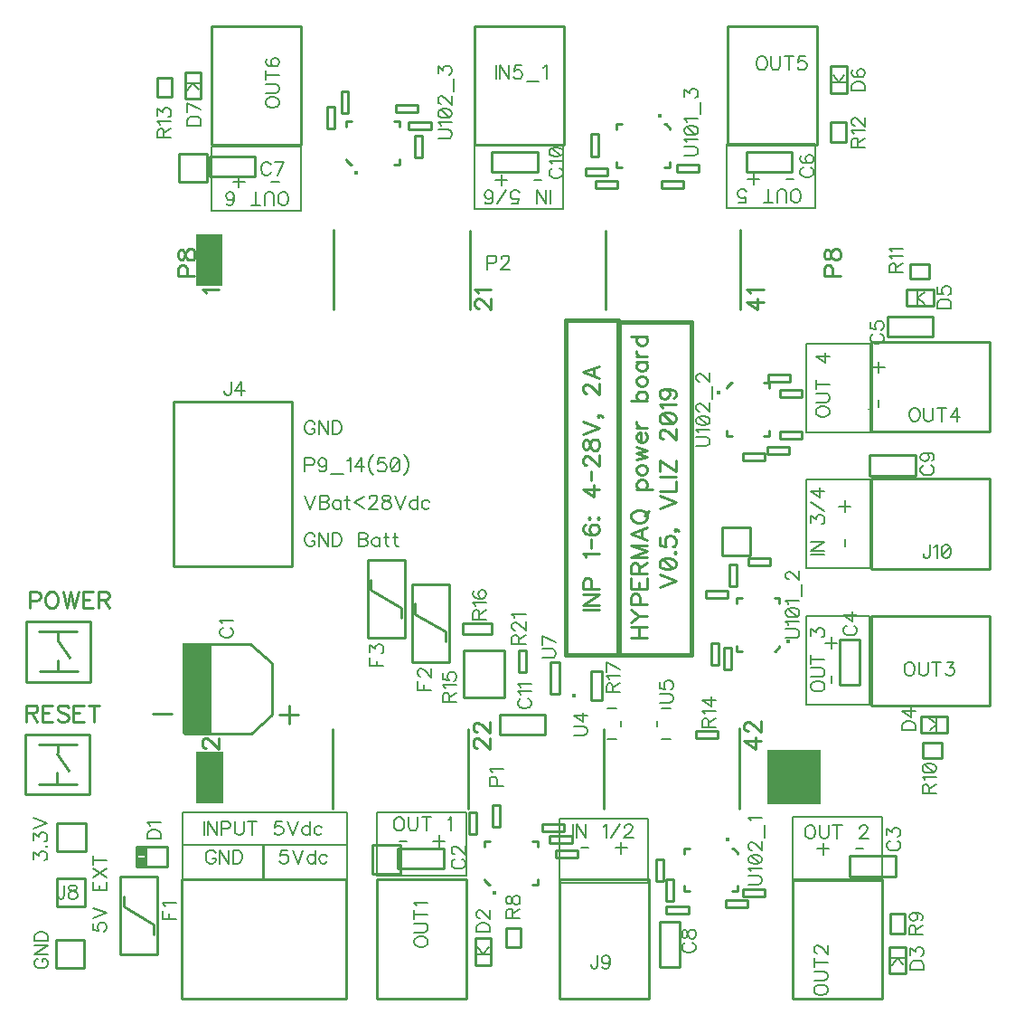
<source format=gto>
G04 DipTrace 3.3.1.3*
G04 Powerboardv05.gto*
%MOMM*%
G04 #@! TF.FileFunction,Legend,Top*
G04 #@! TF.Part,Single*
%ADD10C,0.25*%
%ADD14C,0.254*%
%ADD18C,0.381*%
%ADD25C,0.2032*%
%ADD26C,0.1778*%
%ADD27C,0.03333*%
%ADD49O,0.39103X0.39118*%
%ADD52O,0.39905X0.39945*%
%ADD56O,0.39945X0.39905*%
%ADD116C,0.19608*%
%ADD117C,0.23529*%
%FSLAX35Y35*%
G04*
G71*
G90*
G75*
G01*
G04 TopSilk*
%LPD*%
G36*
X501912Y400852D2*
X234567D1*
Y1251960D1*
X501912D1*
Y400852D1*
G37*
X249949Y400000D2*
D10*
X869988D1*
X249949Y1240033D2*
X869988D1*
X1069952Y589987D2*
Y1049960D1*
X1070497Y578486D2*
X877611Y402556D1*
X1068727Y1059076D2*
X867402Y1238414D1*
X1228535Y490137D2*
Y667430D1*
X1319057Y576952D2*
X1141825D1*
X135062Y587857D2*
X-42170D1*
X-199984Y-655000D2*
X89984D1*
Y-845000D1*
X-199984D1*
Y-655000D1*
G36*
X-189736Y-658971D2*
X-102418D1*
Y-737555D1*
X-189736D1*
Y-658971D1*
G37*
G36*
X-192592Y-761172D2*
X-105274D1*
Y-839756D1*
X-192592D1*
Y-761172D1*
G37*
X-110818Y-659807D2*
D10*
X-109768Y-830028D1*
X3122790Y-1763482D2*
X2976021D1*
Y-1513845D1*
X3122790D1*
Y-1763482D1*
X2974703Y-1661006D2*
D25*
X3050005Y-1660906D1*
X3114171Y-1661430D2*
X3050005Y-1660906D1*
X2997435Y-1598147D1*
X3052538Y-1659358D2*
X3104368Y-1592805D1*
X6857210Y-1596518D2*
D10*
X7003979D1*
Y-1846155D1*
X6857210D1*
Y-1596518D1*
X7005297Y-1698994D2*
D25*
X6929995Y-1699094D1*
X6865829Y-1698570D2*
X6929995Y-1699094D1*
X6982565Y-1761853D1*
X6927462Y-1700642D2*
X6875632Y-1767195D1*
X7399232Y560540D2*
D10*
X7149595D1*
Y413771D1*
X7399232D1*
Y560540D1*
X7296756Y412453D2*
D25*
X7296656Y487755D1*
X7297180Y551921D2*
X7296656Y487755D1*
X7233897Y435185D1*
X7295108Y490288D2*
X7228555Y542118D1*
X7015268Y4408337D2*
D10*
X7264905D1*
Y4555105D1*
X7015268D1*
Y4408337D1*
X7117744Y4556423D2*
D25*
X7117844Y4481121D1*
X7117320Y4416955D2*
X7117844Y4481121D1*
X7180603Y4533692D1*
X7119392Y4478589D2*
X7185945Y4426759D1*
X-353512Y-1663760D2*
D10*
X-6702D1*
Y-935180D1*
X-353512D1*
Y-1663760D1*
X-35001Y-1482198D2*
X-33822Y-1388721D1*
Y-1384131D2*
X-320079Y-1217942D1*
X-320842Y-1218233D2*
Y-1123955D1*
X4605000Y-2075873D2*
X3765000D1*
Y-965910D1*
X4605000D1*
Y-2075873D1*
X1637745Y446168D2*
Y-301093D1*
X2912298Y439564D2*
X2912883Y-301093D1*
X4179250Y439564D2*
Y-301093D1*
X5446203Y448291D2*
Y-301093D1*
G36*
X5708714Y250861D2*
X6210350D1*
Y-257377D1*
X5708714D1*
Y250861D1*
G37*
G36*
X363777Y235057D2*
X612256D1*
Y-246606D1*
X363777D1*
Y235057D1*
G37*
X199810Y5829130D2*
D10*
X463930D1*
Y5565010D1*
X199810D1*
Y5829130D1*
X7792377Y1505000D2*
X6682414D1*
Y665000D1*
X7792377D1*
Y1505000D1*
X2276690Y-907877D2*
X2012570D1*
Y-643757D1*
X2276690D1*
Y-907877D1*
X-676433Y-700003D2*
X-940553D1*
Y-435883D1*
X-676433D1*
Y-700003D1*
X-943567Y-949997D2*
X-679447D1*
Y-1214117D1*
X-943567D1*
Y-949997D1*
X7792377Y4065000D2*
X6682414D1*
Y3225000D1*
X7792377D1*
Y4065000D1*
X1765000Y-2075873D2*
X225000D1*
Y-965910D1*
X1765000D1*
Y-2075873D1*
X7792377Y2785000D2*
X6682414D1*
Y1945000D1*
X7792377D1*
Y2785000D1*
X1650860Y5117857D2*
Y4370425D1*
X2925086Y5111060D2*
X2925718Y4370425D1*
X4192356Y5111060D2*
Y4370425D1*
X5458361Y5119788D2*
Y4370425D1*
G36*
X360824Y5076767D2*
X609346D1*
Y4594724D1*
X360824D1*
Y5076767D1*
G37*
X2895000Y-2075873D2*
D10*
X2055000D1*
Y-965910D1*
X2895000D1*
Y-2075873D1*
X6785000D2*
X5945000D1*
Y-965910D1*
X6785000D1*
Y-2075873D1*
X-686433Y-1790003D2*
X-950553D1*
Y-1525883D1*
X-686433D1*
Y-1790003D1*
X5284250Y2069520D2*
X5548370D1*
Y2333640D1*
X5284250D1*
Y2069520D1*
X150000Y1969127D2*
X1259963D1*
Y3509127D1*
X150000D1*
Y1969127D1*
X3630676Y392493D2*
X3204184D1*
Y582680D1*
X3630676D1*
Y392493D1*
X2729388Y1802387D2*
X2382578D1*
Y1073807D1*
X2729388D1*
Y1802387D1*
X2410878Y1620825D2*
X2409699Y1527348D1*
Y1522758D2*
X2695956Y1356569D1*
X2696719Y1356860D2*
Y1262582D1*
X6452790Y6396518D2*
X6306021D1*
Y6646155D1*
X6452790D1*
Y6396518D1*
X6304703Y6498994D2*
D25*
X6380005Y6499094D1*
X6444171Y6498570D2*
X6380005Y6499094D1*
X6327435Y6561853D1*
X6382538Y6500642D2*
X6434368Y6567195D1*
X2316638Y2024637D2*
D10*
X1969828D1*
Y1296057D1*
X2316638D1*
Y2024637D1*
X1998128Y1843075D2*
X1996949Y1749598D1*
Y1745008D2*
X2283206Y1578819D1*
X2283969Y1579110D2*
Y1484832D1*
X7000073Y-1287556D2*
X6861387D1*
Y-1467848D1*
X7000073D1*
Y-1287556D1*
X3400073Y-1417556D2*
X3261387D1*
Y-1597848D1*
X3400073D1*
Y-1417556D1*
X7167429Y313823D2*
X7347721D1*
Y175137D1*
X7167429D1*
Y313823D1*
X7225567Y4660677D2*
X7045275D1*
Y4799363D1*
X7225567D1*
Y4660677D1*
X-635620Y392920D2*
X-1238007D1*
Y-167120D1*
X-635620D1*
Y392920D1*
X-755736Y299860D2*
X-1114819D1*
X-754049Y-69020D2*
X-1109457D1*
X-936813Y296500D2*
Y223720D1*
X-941873Y34240D2*
Y-62240D1*
X-940187Y218680D2*
X-830191Y56200D1*
X-633057Y1447920D2*
X-1235443D1*
Y887880D1*
X-633057D1*
Y1447920D1*
X-753173Y1354860D2*
X-1112255D1*
X-751486Y985980D2*
X-1106894D1*
X-934250Y1351500D2*
Y1278720D1*
X-939310Y1089240D2*
Y992760D1*
X-937623Y1273680D2*
X-827628Y1111200D1*
X2678176Y-861633D2*
X2251684D1*
Y-671447D1*
X2678176D1*
Y-861633D1*
X257210Y6593482D2*
X403979D1*
Y6343845D1*
X257210D1*
Y6593482D1*
X405297Y6491006D2*
D25*
X329995Y6490906D1*
X265829Y6491430D2*
X329995Y6490906D1*
X382565Y6428147D1*
X327462Y6489358D2*
X275632Y6422805D1*
X5335000Y7025000D2*
D10*
X6175000D1*
Y5915037D1*
X5335000D1*
Y7025000D1*
X505000D2*
X1345000D1*
Y5915037D1*
X505000D1*
Y7025000D1*
X2970000D2*
X3810000D1*
Y5915037D1*
X2970000D1*
Y7025000D1*
X6484574Y-744617D2*
X6911066D1*
Y-934803D1*
X6484574D1*
Y-744617D1*
X6304927Y5942556D2*
X6443613D1*
Y6122848D1*
X6304927D1*
Y5942556D1*
X-6573Y6363433D2*
X132113D1*
Y6543725D1*
X-6573D1*
Y6363433D1*
X6576633Y1281176D2*
X6386447D1*
Y854684D1*
X6576633D1*
Y1281176D1*
X6836697Y4306510D2*
X7263189D1*
Y4116323D1*
X6836697D1*
Y4306510D1*
X5513324Y5846383D2*
X5939816D1*
Y5656197D1*
X5513324D1*
Y5846383D1*
X910299Y5615367D2*
X483807D1*
Y5805553D1*
X910299D1*
Y5615367D1*
X4891007Y-1356947D2*
X4700820D1*
Y-1783439D1*
X4891007D1*
Y-1356947D1*
X6672197Y3004760D2*
X7098689D1*
Y2814573D1*
X6672197D1*
Y3004760D1*
X3132074Y5846383D2*
X3558566D1*
Y5656197D1*
X3132074D1*
Y5846383D1*
X5244810Y358576D2*
X5040078D1*
Y426143D1*
X5244810D1*
Y358576D1*
X4300452Y350137D2*
D25*
X4214568D1*
Y634617D2*
X4300452D1*
X4338530Y519203D2*
Y465550D1*
X4716548Y634617D2*
X4802432D1*
Y350137D2*
X4716548D1*
X4678470Y465550D2*
Y519203D1*
X3247767Y1183735D2*
D10*
X2865990D1*
Y741835D1*
X3247767D1*
Y1183735D1*
X3132930Y1334087D2*
X2860602D1*
Y1436460D1*
X3132930D1*
Y1334087D1*
X4158667Y985180D2*
X4056293D1*
Y712852D1*
X4158667D1*
Y985180D1*
D49*
X3899852Y757139D3*
X3762525Y770506D2*
D10*
Y1070500D1*
X3682539Y770506D2*
Y1070500D1*
X3762525D2*
X3682539D1*
X3762525Y770506D2*
X3682539D1*
X3449924Y1179310D2*
X3382357D1*
Y974578D1*
X3449924D1*
Y1179310D1*
X3728690Y-688199D2*
X3933422D1*
Y-755766D1*
X3728690D1*
Y-688199D1*
X3673690Y-553199D2*
X3878422D1*
Y-620766D1*
X3673690D1*
Y-553199D1*
X2986801Y-333690D2*
X2919234D1*
Y-538422D1*
X2986801D1*
Y-333690D1*
X3201801Y-268690D2*
X3134234D1*
Y-473422D1*
X3201801D1*
Y-268690D1*
X3603690Y-443199D2*
X3808422D1*
Y-510766D1*
X3603690D1*
Y-443199D1*
X3560010Y-1009068D2*
X3509985D1*
X3560010D2*
Y-959083D1*
Y-609082D2*
X3509985D1*
X3560010D2*
Y-659067D1*
X3059990Y-609082D2*
X3110015D1*
X3059990D2*
Y-659067D1*
X3100010Y-1009068D2*
X3110015D1*
X3059990Y-969069D2*
Y-959083D1*
D52*
X3154980Y-1088474D3*
X3100010Y-1009068D2*
D10*
X3059990Y-969069D1*
X4673199Y-976310D2*
X4740766D1*
Y-771578D1*
X4673199D1*
Y-976310D1*
X4763199Y-1166310D2*
X4830766D1*
Y-961578D1*
X4763199D1*
Y-1166310D1*
X5686310Y-1126801D2*
X5481578D1*
Y-1059234D1*
X5686310D1*
Y-1126801D1*
X5526310Y-1226801D2*
X5321578D1*
Y-1159234D1*
X5526310D1*
Y-1226801D1*
X4971310Y-1281801D2*
X4766578D1*
Y-1214234D1*
X4971310D1*
Y-1281801D1*
X4929990Y-670932D2*
X4980015D1*
X4929990D2*
Y-720917D1*
Y-1070918D2*
X4980015D1*
X4929990D2*
Y-1020933D1*
X5430010Y-1070918D2*
X5379985D1*
X5430010D2*
Y-1020933D1*
X5389990Y-670932D2*
X5379985D1*
X5430010Y-710931D2*
Y-720917D1*
D52*
X5335020Y-591526D3*
X5389990Y-670932D2*
D10*
X5430010Y-710931D1*
X5533690Y2046801D2*
X5738422D1*
Y1979234D1*
X5533690D1*
Y2046801D1*
X5353199Y1783690D2*
X5420766D1*
Y1988422D1*
X5353199D1*
Y1783690D1*
X5303199Y1003690D2*
X5370766D1*
Y1208422D1*
X5303199D1*
Y1003690D1*
X5183199Y1043690D2*
X5250766D1*
Y1248422D1*
X5183199D1*
Y1043690D1*
X5133690Y1736801D2*
X5338422D1*
Y1669234D1*
X5133690D1*
Y1736801D1*
X5825014Y1670010D2*
Y1619985D1*
Y1670010D2*
X5775030D1*
X5425029D2*
Y1619985D1*
Y1670010D2*
X5475014D1*
X5425029Y1169990D2*
Y1220015D1*
Y1169990D2*
X5475014D1*
X5825014Y1210010D2*
Y1220015D1*
X5785016Y1169990D2*
X5775030D1*
D56*
X5904421Y1264980D3*
X5825014Y1210010D2*
D10*
X5785016Y1169990D1*
X5683563Y2957612D2*
X5478831D1*
Y3025179D1*
X5683563D1*
Y2957612D1*
X5911997Y3021366D2*
X5707265D1*
Y3088933D1*
X5911997D1*
Y3021366D1*
X5922673Y3692732D2*
X5717941D1*
Y3760299D1*
X5922673D1*
Y3692732D1*
X6032410Y3554012D2*
X5827678D1*
Y3621579D1*
X6032410D1*
Y3554012D1*
X6036917Y3163636D2*
X5832185D1*
Y3231203D1*
X6036917D1*
Y3163636D1*
X5329986Y3184990D2*
Y3235015D1*
Y3184990D2*
X5379970D1*
X5729971D2*
Y3235015D1*
Y3184990D2*
X5679986D1*
X5729971Y3685010D2*
Y3634985D1*
Y3685010D2*
X5679986D1*
X5329986Y3644990D2*
Y3634985D1*
X5369984Y3685010D2*
X5379970D1*
D56*
X5250579Y3590020D3*
X5329986Y3644990D2*
D10*
X5369984Y3685010D1*
X4058949Y5805690D2*
X4126516D1*
Y6010422D1*
X4058949D1*
Y5805690D1*
X4211310Y5628199D2*
X4006578D1*
Y5695766D1*
X4211310D1*
Y5628199D1*
X5066310Y5663199D2*
X4861578D1*
Y5730766D1*
X5066310D1*
Y5663199D1*
X4921310Y5508199D2*
X4716578D1*
Y5575766D1*
X4921310D1*
Y5508199D1*
X4306310Y5503199D2*
X4101578D1*
Y5570766D1*
X4306310D1*
Y5503199D1*
X4299990Y6105014D2*
X4350015D1*
X4299990D2*
Y6055030D1*
Y5705029D2*
X4350015D1*
X4299990D2*
Y5755014D1*
X4800010Y5705029D2*
X4749985D1*
X4800010D2*
Y5755014D1*
X4759990Y6105014D2*
X4749985D1*
X4800010Y6065016D2*
Y6055030D1*
D52*
X4705020Y6184421D3*
X4759990Y6105014D2*
D10*
X4800010Y6065016D1*
X2476801Y5996310D2*
X2409234D1*
Y5791578D1*
X2476801D1*
Y5996310D1*
X2353690Y6126801D2*
X2558422D1*
Y6059234D1*
X2353690D1*
Y6126801D1*
X1651801Y6271310D2*
X1584234D1*
Y6066578D1*
X1651801D1*
Y6271310D1*
X1786801Y6416310D2*
X1719234D1*
Y6211578D1*
X1786801D1*
Y6416310D1*
X2228690Y6281801D2*
X2433422D1*
Y6214234D1*
X2228690D1*
Y6281801D1*
X2265010Y5729986D2*
X2214985D1*
X2265010D2*
Y5779970D1*
Y6129971D2*
X2214985D1*
X2265010D2*
Y6079986D1*
X1764990Y6129971D2*
X1815015D1*
X1764990D2*
Y6079986D1*
X1805010Y5729986D2*
X1815015D1*
X1764990Y5769984D2*
Y5779970D1*
D52*
X1859980Y5650579D3*
X1805010Y5729986D2*
D10*
X1764990Y5769984D1*
X987750Y-643250D2*
D14*
Y-960750D1*
X3825877Y4270377D2*
D18*
X4313750D1*
Y1136997D1*
X3825877D1*
Y4270377D1*
X233000Y-334000D2*
D26*
X1773000D1*
Y-969000D1*
X233000D1*
Y-334000D1*
X243000Y-639000D2*
X1773000D1*
X6647373Y3443000D2*
D27*
X6657377D1*
X6647373D1*
X6667377D1*
X6647373D1*
X6075873Y4051250D2*
D26*
X6674873D1*
Y3218250D1*
X6075873D1*
Y4051250D1*
X4322283Y4256560D2*
D18*
X4996997D1*
Y1140067D1*
X4322283D1*
Y4256560D1*
X6071250Y1503000D2*
D26*
X6670250D1*
Y670000D1*
X6071250D1*
Y1503000D1*
X2057000Y-332873D2*
X2890000D1*
Y-931873D1*
X2057000D1*
Y-332873D1*
X5950000Y-380000D2*
X6783000D1*
Y-979000D1*
X5950000D1*
Y-380000D1*
X5328000Y5921127D2*
X6161000D1*
Y5322127D1*
X5328000D1*
Y5921127D1*
X508000Y5895250D2*
X1341000D1*
Y5296250D1*
X508000D1*
Y5895250D1*
X6075873Y2783000D2*
X6674873D1*
Y1950000D1*
X6075873D1*
Y2783000D1*
X2968000Y5909873D2*
X3801000D1*
Y5310873D1*
X2968000D1*
Y5909873D1*
X3763000Y-397500D2*
X4596000D1*
Y-996500D1*
X3763000D1*
Y-397500D1*
X611540Y1391572D2*
D116*
X599467Y1385536D1*
X587253Y1373322D1*
X581217Y1361249D1*
Y1336963D1*
X587253Y1324749D1*
X599467Y1312676D1*
X611540Y1306499D1*
X629790Y1300463D1*
X660253D1*
X678363Y1306499D1*
X690576Y1312676D1*
X702650Y1324749D1*
X708826Y1336962D1*
Y1361249D1*
X702650Y1373322D1*
X690576Y1385535D1*
X678363Y1391572D1*
X605644Y1430788D2*
X599467Y1443001D1*
X581357Y1461251D1*
X708826D1*
X-97737Y-583626D2*
X29873D1*
Y-541089D1*
X23696Y-522839D1*
X11623Y-510626D1*
X-590Y-504589D1*
X-18700Y-498553D1*
X-49163D1*
X-67413Y-504589D1*
X-79486Y-510626D1*
X-91700Y-522839D1*
X-97737Y-541089D1*
Y-583626D1*
X-73310Y-459337D2*
X-79486Y-447124D1*
X-97596Y-428874D1*
X29873D1*
X2985090Y-1456594D2*
X3112700D1*
Y-1414058D1*
X3106523Y-1395808D1*
X3094450Y-1383594D1*
X3082236Y-1377558D1*
X3064127Y-1371521D1*
X3033663D1*
X3015413Y-1377557D1*
X3003340Y-1383594D1*
X2991127Y-1395807D1*
X2985090Y-1414057D1*
Y-1456594D1*
X3015554Y-1326128D2*
X3009517D1*
X2997304Y-1320092D1*
X2991267Y-1314055D1*
X2985231Y-1301842D1*
Y-1277555D1*
X2991267Y-1265482D1*
X2997304Y-1259446D1*
X3009517Y-1253269D1*
X3021590D1*
X3033804Y-1259446D1*
X3051913Y-1271519D1*
X3112700Y-1332305D1*
Y-1247232D1*
X7050167Y-1806101D2*
X7177776D1*
X7177777Y-1763564D1*
X7171600Y-1745314D1*
X7159527Y-1733101D1*
X7147313Y-1727064D1*
X7129203Y-1721028D1*
X7098740D1*
X7080490Y-1727064D1*
X7068417Y-1733101D1*
X7056203Y-1745314D1*
X7050167Y-1763564D1*
Y-1806101D1*
X7050307Y-1669598D2*
Y-1602916D1*
X7098880Y-1639275D1*
Y-1621026D1*
X7104917Y-1608952D1*
X7110953Y-1602916D1*
X7129203Y-1596739D1*
X7141276D1*
X7159526Y-1602916D1*
X7171740Y-1614989D1*
X7177776Y-1633239D1*
Y-1651489D1*
X7171740Y-1669599D1*
X7165563Y-1675635D1*
X7153490Y-1681812D1*
X6971428Y431091D2*
X7099038D1*
Y473628D1*
X7092861Y491877D1*
X7080788Y504091D1*
X7068575Y510128D1*
X7050465Y516164D1*
X7020002D1*
X7001752Y510128D1*
X6989679Y504091D1*
X6977465Y491878D1*
X6971428Y473628D1*
Y431091D1*
X7099038Y616166D2*
X6971569D1*
X7056502Y555380D1*
Y646489D1*
X7304475Y4383366D2*
X7432085D1*
Y4425902D1*
X7425908Y4444152D1*
X7413835Y4456366D1*
X7401621Y4462402D1*
X7383512Y4468439D1*
X7353048D1*
X7334798Y4462403D1*
X7322725Y4456366D1*
X7310512Y4444153D1*
X7304475Y4425903D1*
Y4383366D1*
X7304616Y4580514D2*
Y4519868D1*
X7359225Y4513832D1*
X7353189Y4519868D1*
X7347012Y4538118D1*
Y4556228D1*
X7353189Y4574478D1*
X7365262Y4586691D1*
X7383512Y4592728D1*
X7395585D1*
X7413835Y4586691D1*
X7426048Y4574478D1*
X7432085Y4556228D1*
Y4538118D1*
X7426048Y4519868D1*
X7419871Y4513831D1*
X7407798Y4507655D1*
X45502Y-1254791D2*
Y-1333828D1*
X173111D1*
X106288D2*
Y-1285254D1*
X69929Y-1215575D2*
X63752Y-1203362D1*
X45642Y-1185112D1*
X173111D1*
X4120517Y-1673137D2*
Y-1770283D1*
X4114481Y-1788533D1*
X4108304Y-1794569D1*
X4096231Y-1800746D1*
X4084017D1*
X4071944Y-1794569D1*
X4065908Y-1788533D1*
X4059731Y-1770283D1*
Y-1758210D1*
X4238769Y-1715673D2*
X4232592Y-1733923D1*
X4220519Y-1746137D1*
X4202269Y-1752173D1*
X4196233D1*
X4177983Y-1746137D1*
X4165910Y-1733923D1*
X4159733Y-1715673D1*
Y-1709637D1*
X4165910Y-1691387D1*
X4177983Y-1679314D1*
X4196233Y-1673277D1*
X4202269D1*
X4220519Y-1679314D1*
X4232592Y-1691387D1*
X4238769Y-1715673D1*
Y-1746137D1*
X4232592Y-1776460D1*
X4220519Y-1794710D1*
X4202269Y-1800746D1*
X4190196D1*
X4171946Y-1794710D1*
X4165910Y-1782496D1*
X3176150Y-86959D2*
Y-32209D1*
X3170113Y-14100D1*
X3163936Y-7923D1*
X3151863Y-1886D1*
X3133613D1*
X3121540Y-7923D1*
X3115363Y-14100D1*
X3109327Y-32209D1*
Y-86959D1*
X3236936D1*
X3133754Y37330D2*
X3127577Y49543D1*
X3109467Y67793D1*
X3236936D1*
X7031370Y1070987D2*
X7019157Y1064950D1*
X7007084Y1052737D1*
X7000907Y1040664D1*
X6994870Y1022414D1*
Y991950D1*
X7000907Y973840D1*
X7007084Y961627D1*
X7019157Y949554D1*
X7031370Y943377D1*
X7055657D1*
X7067730Y949554D1*
X7079944Y961627D1*
X7085980Y973840D1*
X7092017Y991950D1*
Y1022414D1*
X7085980Y1040664D1*
X7079944Y1052737D1*
X7067730Y1064950D1*
X7055657Y1070987D1*
X7031370D1*
X7131232D2*
Y979877D1*
X7137269Y961627D1*
X7149482Y949554D1*
X7167732Y943377D1*
X7179805D1*
X7198055Y949554D1*
X7210269Y961627D1*
X7216305Y979877D1*
Y1070987D1*
X7298058D2*
Y943377D1*
X7255521Y1070987D2*
X7340594D1*
X7392023Y1070846D2*
X7458706D1*
X7422346Y1022273D1*
X7440596D1*
X7452669Y1016237D1*
X7458706Y1010200D1*
X7464883Y991950D1*
Y979877D1*
X7458706Y961627D1*
X7446633Y949414D1*
X7428383Y943377D1*
X7410133D1*
X7392023Y949414D1*
X7385987Y955590D1*
X7379810Y967664D1*
X-874938Y-1018010D2*
Y-1115156D1*
X-880974Y-1133406D1*
X-887151Y-1139443D1*
X-899224Y-1145620D1*
X-911438D1*
X-923511Y-1139443D1*
X-929547Y-1133406D1*
X-935724Y-1115156D1*
Y-1103083D1*
X-805399Y-1018150D2*
X-823508Y-1024187D1*
X-829685Y-1036260D1*
Y-1048474D1*
X-823508Y-1060547D1*
X-811435Y-1066724D1*
X-787149Y-1072760D1*
X-768899Y-1078797D1*
X-756826Y-1091010D1*
X-750789Y-1103083D1*
Y-1121333D1*
X-756826Y-1133406D1*
X-762862Y-1139583D1*
X-781112Y-1145620D1*
X-805399D1*
X-823508Y-1139583D1*
X-829685Y-1133406D1*
X-835722Y-1121333D1*
Y-1103083D1*
X-829685Y-1091010D1*
X-817472Y-1078797D1*
X-799362Y-1072760D1*
X-775076Y-1066724D1*
X-762862Y-1060547D1*
X-756826Y-1048474D1*
Y-1036260D1*
X-762862Y-1024187D1*
X-781112Y-1018150D1*
X-805399D1*
X7078352Y3450987D2*
X7066139Y3444950D1*
X7054066Y3432737D1*
X7047889Y3420664D1*
X7041852Y3402414D1*
Y3371950D1*
X7047889Y3353840D1*
X7054066Y3341627D1*
X7066139Y3329554D1*
X7078352Y3323377D1*
X7102639D1*
X7114712Y3329554D1*
X7126925Y3341627D1*
X7132962Y3353840D1*
X7138998Y3371950D1*
Y3402414D1*
X7132962Y3420664D1*
X7126925Y3432737D1*
X7114712Y3444950D1*
X7102639Y3450987D1*
X7078352D1*
X7178214D2*
Y3359877D1*
X7184251Y3341627D1*
X7196464Y3329554D1*
X7214714Y3323377D1*
X7226787D1*
X7245037Y3329554D1*
X7257251Y3341627D1*
X7263287Y3359877D1*
Y3450987D1*
X7345039D2*
Y3323377D1*
X7302503Y3450987D2*
X7387576D1*
X7487578Y3323377D2*
Y3450846D1*
X7426792Y3365914D1*
X7517901D1*
X7233286Y2170987D2*
Y2073840D1*
X7227249Y2055590D1*
X7221073Y2049554D1*
X7208999Y2043377D1*
X7196786D1*
X7184713Y2049554D1*
X7178676Y2055590D1*
X7172499Y2073840D1*
Y2085914D1*
X7272502Y2146560D2*
X7284715Y2152737D1*
X7302965Y2170846D1*
Y2043377D1*
X7378681Y2170846D2*
X7360431Y2164810D1*
X7348217Y2146560D1*
X7342181Y2116237D1*
Y2097987D1*
X7348217Y2067664D1*
X7360431Y2049414D1*
X7378681Y2043377D1*
X7390754D1*
X7409004Y2049414D1*
X7421077Y2067664D1*
X7427254Y2097987D1*
Y2116237D1*
X7421077Y2146560D1*
X7409004Y2164810D1*
X7390754Y2170846D1*
X7378681D1*
X7421077Y2146560D2*
X7348217Y2067664D1*
X3088562Y4807757D2*
X3143312D1*
X3161422Y4813793D1*
X3167599Y4819970D1*
X3173635Y4832043D1*
Y4850293D1*
X3167599Y4862366D1*
X3161422Y4868543D1*
X3143312Y4874580D1*
X3088562D1*
Y4746970D1*
X3219028Y4844116D2*
Y4850153D1*
X3225065Y4862366D1*
X3231101Y4868403D1*
X3243315Y4874440D1*
X3267601D1*
X3279674Y4868403D1*
X3285711Y4862366D1*
X3291888Y4850153D1*
Y4838080D1*
X3285711Y4825866D1*
X3273638Y4807757D1*
X3212851Y4746970D1*
X3297924D1*
X2402263Y-1558074D2*
X2408300Y-1570288D1*
X2420513Y-1582361D1*
X2432586Y-1588538D1*
X2450836Y-1594574D1*
X2481300D1*
X2499410Y-1588538D1*
X2511623Y-1582361D1*
X2523696Y-1570288D1*
X2529873Y-1558075D1*
Y-1533788D1*
X2523696Y-1521715D1*
X2511623Y-1509502D1*
X2499410Y-1503465D1*
X2481300Y-1497428D1*
X2450837D1*
X2432587Y-1503465D1*
X2420514Y-1509501D1*
X2408300Y-1521715D1*
X2402263Y-1533788D1*
Y-1558074D1*
X2402264Y-1458213D2*
X2493373D1*
X2511623Y-1452176D1*
X2523696Y-1439963D1*
X2529873Y-1421713D1*
Y-1409640D1*
X2523696Y-1391390D1*
X2511623Y-1379176D1*
X2493373Y-1373140D1*
X2402264D1*
Y-1291388D2*
X2529873D1*
X2402264Y-1333924D2*
Y-1248851D1*
X2426690Y-1209635D2*
X2420514Y-1197422D1*
X2402404Y-1179172D1*
X2529873D1*
X6149013Y-2009379D2*
X6155050Y-2021593D1*
X6167263Y-2033666D1*
X6179336Y-2039843D1*
X6197586Y-2045879D1*
X6228050D1*
X6246160Y-2039843D1*
X6258373Y-2033666D1*
X6270446Y-2021593D1*
X6276623Y-2009379D1*
Y-1985093D1*
X6270446Y-1973020D1*
X6258373Y-1960806D1*
X6246160Y-1954770D1*
X6228050Y-1948733D1*
X6197587D1*
X6179337Y-1954770D1*
X6167264Y-1960806D1*
X6155050Y-1973020D1*
X6149013Y-1985093D1*
Y-2009379D1*
X6149014Y-1909518D2*
X6240123D1*
X6258373Y-1903481D1*
X6270446Y-1891268D1*
X6276623Y-1873018D1*
Y-1860945D1*
X6270446Y-1842695D1*
X6258373Y-1830481D1*
X6240123Y-1824445D1*
X6149014D1*
Y-1742692D2*
X6276623D1*
X6149014Y-1785229D2*
Y-1700156D1*
X6179477Y-1654763D2*
X6173440D1*
X6161227Y-1648727D1*
X6155190Y-1642690D1*
X6149154Y-1630477D1*
Y-1606190D1*
X6155190Y-1594117D1*
X6161227Y-1588081D1*
X6173440Y-1581904D1*
X6185513D1*
X6197727Y-1588081D1*
X6215837Y-1600154D1*
X6276623Y-1660940D1*
Y-1575867D1*
X687731Y3695113D2*
Y3597967D1*
X681694Y3579717D1*
X675517Y3573681D1*
X663444Y3567504D1*
X651231D1*
X639158Y3573681D1*
X633121Y3579717D1*
X626944Y3597967D1*
Y3610040D1*
X787733Y3567504D2*
Y3694973D1*
X726946Y3610040D1*
X818056D1*
X3403213Y728086D2*
X3391140Y722049D1*
X3378927Y709836D1*
X3372890Y697763D1*
Y673476D1*
X3378927Y661263D1*
X3391140Y649190D1*
X3403213Y643013D1*
X3421463Y636976D1*
X3451927D1*
X3470036Y643013D1*
X3482250Y649190D1*
X3494323Y661263D1*
X3500500Y673476D1*
Y697763D1*
X3494323Y709836D1*
X3482250Y722049D1*
X3470036Y728086D1*
X3397317Y767302D2*
X3391140Y779515D1*
X3373031Y797765D1*
X3500500D1*
X3397317Y836981D2*
X3391140Y849194D1*
X3373031Y867444D1*
X3500500D1*
X2433495Y890761D2*
Y811724D1*
X2561105D1*
X2494282D2*
Y860297D1*
X2463959Y936153D2*
X2457922D1*
X2445709Y942190D1*
X2439672Y948226D1*
X2433636Y960440D1*
Y984726D1*
X2439672Y996799D1*
X2445709Y1002836D1*
X2457922Y1009013D1*
X2469995D1*
X2482209Y1002836D1*
X2500318Y990763D1*
X2561105Y929976D1*
Y1015049D1*
X6499717Y6419745D2*
X6627326D1*
X6627327Y6462281D1*
X6621150Y6480531D1*
X6609077Y6492744D1*
X6596863Y6498781D1*
X6578753Y6504817D1*
X6548290Y6504818D1*
X6530040Y6498781D1*
X6517967Y6492744D1*
X6505753Y6480531D1*
X6499717Y6462281D1*
Y6419745D1*
X6517967Y6616893D2*
X6505894Y6610856D1*
X6499857Y6592606D1*
Y6580533D1*
X6505894Y6562283D1*
X6524144Y6550070D1*
X6554467Y6544033D1*
X6584790D1*
X6609076Y6550070D1*
X6621290Y6562283D1*
X6627326Y6580533D1*
Y6586570D1*
X6621290Y6604679D1*
X6609076Y6616893D1*
X6590826Y6622929D1*
X6584790D1*
X6566540Y6616893D1*
X6554467Y6604679D1*
X6548430Y6586570D1*
Y6580533D1*
X6554467Y6562283D1*
X6566540Y6550070D1*
X6584790Y6544033D1*
X1988999Y1113007D2*
X1988998Y1033971D1*
X2116608D1*
X2049785D2*
Y1082544D1*
X1989139Y1164437D2*
Y1231119D1*
X2037712Y1194760D1*
Y1213010D1*
X2043749Y1225083D1*
X2049785Y1231119D1*
X2068035Y1237296D1*
X2080108D1*
X2098358Y1231119D1*
X2110572Y1219046D1*
X2116608Y1200796D1*
Y1182546D1*
X2110572Y1164436D1*
X2104395Y1158400D1*
X2092322Y1152223D1*
X7101310Y-1476662D2*
Y-1422053D1*
X7095133Y-1403803D1*
X7089097Y-1397626D1*
X7077024Y-1391589D1*
X7064810D1*
X7052737Y-1397626D1*
X7046560Y-1403803D1*
X7040523Y-1422053D1*
Y-1476662D1*
X7168133D1*
X7101310Y-1434126D2*
X7168133Y-1391589D1*
X7083060Y-1273337D2*
X7101310Y-1279514D1*
X7113524Y-1291587D1*
X7119560Y-1309837D1*
Y-1315874D1*
X7113524Y-1334124D1*
X7101310Y-1346197D1*
X7083060Y-1352374D1*
X7077024D1*
X7058774Y-1346197D1*
X7046700Y-1334124D1*
X7040664Y-1315874D1*
Y-1309837D1*
X7046700Y-1291587D1*
X7058774Y-1279514D1*
X7083060Y-1273337D1*
X7113524D1*
X7143847Y-1279514D1*
X7162097Y-1291587D1*
X7168133Y-1309837D1*
Y-1321910D1*
X7162097Y-1340160D1*
X7149883Y-1346197D1*
X3326687Y-1323860D2*
Y-1269251D1*
X3320510Y-1251001D1*
X3314473Y-1244824D1*
X3302400Y-1238787D1*
X3290187D1*
X3278114Y-1244824D1*
X3271937Y-1251001D1*
X3265900Y-1269251D1*
Y-1323860D1*
X3393510D1*
X3326687Y-1281324D2*
X3393510Y-1238788D1*
X3266041Y-1169249D2*
X3272077Y-1187358D1*
X3284150Y-1193535D1*
X3296364D1*
X3308437Y-1187358D1*
X3314614Y-1175285D1*
X3320650Y-1150999D1*
X3326687Y-1132749D1*
X3338900Y-1120676D1*
X3350973Y-1114639D1*
X3369223D1*
X3381296Y-1120676D1*
X3387473Y-1126712D1*
X3393510Y-1144962D1*
Y-1169249D1*
X3387473Y-1187358D1*
X3381296Y-1193535D1*
X3369223Y-1199572D1*
X3350973D1*
X3338900Y-1193535D1*
X3326687Y-1181322D1*
X3320650Y-1163212D1*
X3314614Y-1138926D1*
X3308437Y-1126712D1*
X3296364Y-1120676D1*
X3284150D1*
X3272077Y-1126712D1*
X3266041Y-1144962D1*
Y-1169249D1*
X7224923Y-159070D2*
Y-104461D1*
X7218746Y-86211D1*
X7212710Y-80034D1*
X7200637Y-73997D1*
X7188423D1*
X7176350Y-80034D1*
X7170173Y-86211D1*
X7164137Y-104461D1*
Y-159070D1*
X7291746D1*
X7224923Y-116534D2*
X7291746Y-73997D1*
X7188564Y-34782D2*
X7182387Y-22568D1*
X7164277Y-4318D1*
X7291746D1*
X7164277Y71398D2*
X7170314Y53148D1*
X7188564Y40934D1*
X7218887Y34898D1*
X7237137Y34897D1*
X7267460Y40934D1*
X7285710Y53147D1*
X7291746Y71397D1*
Y83471D1*
X7285710Y101721D1*
X7267460Y113794D1*
X7237137Y119971D1*
X7218887D1*
X7188564Y113794D1*
X7170314Y101721D1*
X7164277Y83471D1*
Y71398D1*
X7188564Y113794D2*
X7267460Y40934D1*
X6917673Y4718898D2*
Y4773508D1*
X6911496Y4791758D1*
X6905460Y4797934D1*
X6893387Y4803971D1*
X6881173D1*
X6869100Y4797934D1*
X6862923Y4791758D1*
X6856887Y4773508D1*
Y4718898D1*
X6984496D1*
X6917673Y4761434D2*
X6984496Y4803971D1*
X6881314Y4843187D2*
X6875137Y4855400D1*
X6857027Y4873650D1*
X6984496D1*
X6881314Y4912866D2*
X6875137Y4925079D1*
X6857027Y4943329D1*
X6984496D1*
X2784083Y-772506D2*
X2772010Y-778543D1*
X2759797Y-790756D1*
X2753760Y-802829D1*
Y-827116D1*
X2759797Y-839329D1*
X2772010Y-851402D1*
X2784083Y-857579D1*
X2802333Y-863616D1*
X2832797D1*
X2850906Y-857579D1*
X2863120Y-851402D1*
X2875193Y-839329D1*
X2881370Y-827116D1*
Y-802829D1*
X2875193Y-790756D1*
X2863120Y-778543D1*
X2850906Y-772506D1*
X2784224Y-727113D2*
X2778187D1*
X2765974Y-721077D1*
X2759937Y-715040D1*
X2753901Y-702827D1*
Y-678540D1*
X2759937Y-666467D1*
X2765974Y-660431D1*
X2778187Y-654254D1*
X2790260D1*
X2802474Y-660431D1*
X2820583Y-672504D1*
X2881370Y-733291D1*
Y-648217D1*
X277600Y6094106D2*
X405210D1*
Y6136642D1*
X399033Y6154892D1*
X386960Y6167106D1*
X374746Y6173142D1*
X356637Y6179179D1*
X326173D1*
X307923Y6173143D1*
X295850Y6167106D1*
X283637Y6154893D1*
X277600Y6136643D1*
Y6094106D1*
X405210Y6242681D2*
X277741Y6303468D1*
Y6218395D1*
X5646494Y6740987D2*
X5634280Y6734950D1*
X5622207Y6722737D1*
X5616030Y6710664D1*
X5609994Y6692414D1*
Y6661950D1*
X5616030Y6643840D1*
X5622207Y6631627D1*
X5634280Y6619554D1*
X5646494Y6613377D1*
X5670780D1*
X5682853Y6619554D1*
X5695067Y6631627D1*
X5701103Y6643840D1*
X5707140Y6661950D1*
Y6692414D1*
X5701103Y6710664D1*
X5695067Y6722737D1*
X5682853Y6734950D1*
X5670780Y6740987D1*
X5646494D1*
X5746356D2*
Y6649877D1*
X5752392Y6631627D1*
X5764606Y6619554D1*
X5782856Y6613377D1*
X5794929D1*
X5813179Y6619554D1*
X5825392Y6631627D1*
X5831429Y6649877D1*
Y6740987D1*
X5913181D2*
Y6613377D1*
X5870644Y6740987D2*
X5955717D1*
X6067793Y6740846D2*
X6007147D1*
X6001110Y6686237D1*
X6007147Y6692273D1*
X6025397Y6698450D1*
X6043506D1*
X6061756Y6692273D1*
X6073970Y6680200D1*
X6080006Y6661950D1*
Y6649877D1*
X6073970Y6631627D1*
X6061756Y6619414D1*
X6043506Y6613377D1*
X6025397D1*
X6007147Y6619414D1*
X6001110Y6625590D1*
X5994933Y6637664D1*
X1011513Y6297083D2*
X1017550Y6284869D1*
X1029763Y6272796D1*
X1041836Y6266619D1*
X1060086Y6260583D1*
X1090550D1*
X1108660Y6266619D1*
X1120873Y6272796D1*
X1132946Y6284869D1*
X1139123Y6297082D1*
Y6321369D1*
X1132946Y6333442D1*
X1120873Y6345655D1*
X1108660Y6351692D1*
X1090550Y6357729D1*
X1060087D1*
X1041837Y6351692D1*
X1029764Y6345656D1*
X1017550Y6333442D1*
X1011513Y6321369D1*
Y6297083D1*
X1011514Y6396944D2*
X1102623D1*
X1120873Y6402981D1*
X1132946Y6415194D1*
X1139123Y6433444D1*
Y6445517D1*
X1132946Y6463767D1*
X1120873Y6475981D1*
X1102623Y6482017D1*
X1011514D1*
Y6563769D2*
X1139123D1*
X1011514Y6521233D2*
Y6606306D1*
X1029763Y6718381D2*
X1017690Y6712345D1*
X1011654Y6694095D1*
Y6682022D1*
X1017690Y6663772D1*
X1035940Y6651558D1*
X1066263Y6645522D1*
X1096587D1*
X1120873Y6651558D1*
X1133087Y6663772D1*
X1139123Y6682022D1*
Y6688058D1*
X1133087Y6706168D1*
X1120873Y6718381D1*
X1102623Y6724418D1*
X1096587D1*
X1078337Y6718381D1*
X1066263Y6706168D1*
X1060227Y6688058D1*
Y6682022D1*
X1066263Y6663772D1*
X1078337Y6651558D1*
X1096587Y6645522D1*
X3169442Y6655363D2*
Y6527754D1*
X3293731Y6655363D2*
Y6527754D1*
X3208658Y6655363D1*
Y6527754D1*
X3405806Y6655223D2*
X3345160D1*
X3339124Y6600613D1*
X3345160Y6606650D1*
X3363410Y6612827D1*
X3381520D1*
X3399770Y6606650D1*
X3411983Y6594577D1*
X3418020Y6576327D1*
Y6564254D1*
X3411983Y6546004D1*
X3399770Y6533790D1*
X3381520Y6527754D1*
X3363410D1*
X3345160Y6533790D1*
X3339124Y6539967D1*
X3332947Y6552040D1*
X3457236Y6506696D2*
X3572632D1*
X3611847Y6630936D2*
X3624061Y6637113D1*
X3642311Y6655223D1*
Y6527754D1*
X6861083Y-602456D2*
X6849010Y-608493D1*
X6836797Y-620706D1*
X6830760Y-632779D1*
Y-657066D1*
X6836797Y-669279D1*
X6849010Y-681352D1*
X6861083Y-687529D1*
X6879333Y-693566D1*
X6909797D1*
X6927906Y-687529D1*
X6940120Y-681352D1*
X6952193Y-669279D1*
X6958370Y-657066D1*
Y-632779D1*
X6952193Y-620706D1*
X6940120Y-608493D1*
X6927906Y-602456D1*
X6830901Y-551027D2*
Y-484344D1*
X6879474Y-520704D1*
Y-502454D1*
X6885510Y-490381D1*
X6891547Y-484344D1*
X6909797Y-478167D1*
X6921870D1*
X6940120Y-484344D1*
X6952333Y-496417D1*
X6958370Y-514667D1*
Y-532917D1*
X6952333Y-551027D1*
X6946156Y-557064D1*
X6934083Y-563240D1*
X6560727Y5890480D2*
Y5945089D1*
X6554550Y5963339D1*
X6548513Y5969516D1*
X6536440Y5975553D1*
X6524227D1*
X6512154Y5969516D1*
X6505977Y5963339D1*
X6499940Y5945089D1*
Y5890480D1*
X6627550D1*
X6560727Y5933016D2*
X6627550Y5975553D1*
X6524367Y6014768D2*
X6518190Y6026982D1*
X6500081Y6045232D1*
X6627550D1*
X6530404Y6090624D2*
X6524367D1*
X6512154Y6096661D1*
X6506117Y6102698D1*
X6500081Y6114911D1*
Y6139198D1*
X6506117Y6151271D1*
X6512154Y6157307D1*
X6524367Y6163484D1*
X6536440D1*
X6548654Y6157307D1*
X6566763Y6145234D1*
X6627550Y6084447D1*
Y6169521D1*
X58727Y5977980D2*
Y6032589D1*
X52550Y6050839D1*
X46513Y6057016D1*
X34440Y6063053D1*
X22227D1*
X10154Y6057016D1*
X3977Y6050839D1*
X-2060Y6032589D1*
Y5977980D1*
X125550D1*
X58727Y6020516D2*
X125550Y6063053D1*
X22367Y6102268D2*
X16190Y6114482D1*
X-1919Y6132732D1*
X125550D1*
X-1919Y6184161D2*
Y6250844D1*
X46654Y6214484D1*
Y6232734D1*
X52690Y6244807D1*
X58727Y6250844D1*
X76977Y6257021D1*
X89050D1*
X107300Y6250844D1*
X119513Y6238771D1*
X125550Y6220521D1*
Y6202271D1*
X119513Y6184161D1*
X113336Y6178124D1*
X101263Y6171947D1*
X6453033Y1412019D2*
X6440960Y1405983D1*
X6428747Y1393769D1*
X6422710Y1381696D1*
Y1357410D1*
X6428747Y1345196D1*
X6440960Y1333123D1*
X6453033Y1326946D1*
X6471283Y1320910D1*
X6501747D1*
X6519856Y1326946D1*
X6532070Y1333123D1*
X6544143Y1345196D1*
X6550320Y1357409D1*
Y1381696D1*
X6544143Y1393769D1*
X6532070Y1405982D1*
X6519856Y1412019D1*
X6550320Y1512021D2*
X6422851D1*
X6507783Y1451235D1*
Y1542344D1*
X6705210Y4141954D2*
X6693137Y4135917D1*
X6680923Y4123704D1*
X6674887Y4111631D1*
Y4087344D1*
X6680923Y4075131D1*
X6693137Y4063058D1*
X6705210Y4056881D1*
X6723460Y4050844D1*
X6753923D1*
X6772033Y4056881D1*
X6784246Y4063058D1*
X6796320Y4075131D1*
X6802496Y4087344D1*
Y4111631D1*
X6796320Y4123704D1*
X6784246Y4135917D1*
X6772033Y4141954D1*
X6675027Y4254029D2*
Y4193383D1*
X6729637Y4187347D1*
X6723600Y4193383D1*
X6717423Y4211633D1*
Y4229743D1*
X6723600Y4247993D1*
X6735673Y4260206D1*
X6753923Y4266243D1*
X6765996D1*
X6784246Y4260206D1*
X6796460Y4247993D1*
X6802496Y4229743D1*
Y4211633D1*
X6796460Y4193383D1*
X6790283Y4187346D1*
X6778210Y4181170D1*
X6048583Y5700789D2*
X6036510Y5694753D1*
X6024297Y5682539D1*
X6018260Y5670466D1*
Y5646180D1*
X6024297Y5633966D1*
X6036510Y5621893D1*
X6048583Y5615716D1*
X6066833Y5609680D1*
X6097297D1*
X6115406Y5615716D1*
X6127620Y5621893D1*
X6139693Y5633966D1*
X6145870Y5646179D1*
Y5670466D1*
X6139693Y5682539D1*
X6127620Y5694752D1*
X6115406Y5700789D1*
X6036510Y5812864D2*
X6024437Y5806828D1*
X6018401Y5788578D1*
Y5776505D1*
X6024437Y5758255D1*
X6042687Y5746041D1*
X6073010Y5740005D1*
X6103333D1*
X6127620Y5746041D1*
X6139833Y5758255D1*
X6145870Y5776505D1*
Y5782541D1*
X6139833Y5800651D1*
X6127620Y5812864D1*
X6109370Y5818901D1*
X6103333D1*
X6085083Y5812864D1*
X6073010Y5800651D1*
X6066974Y5782541D1*
Y5776505D1*
X6073010Y5758255D1*
X6085083Y5746041D1*
X6103333Y5740005D1*
X1060034Y5723090D2*
X1053997Y5735163D1*
X1041784Y5747377D1*
X1029711Y5753413D1*
X1005424D1*
X993211Y5747377D1*
X981138Y5735163D1*
X974961Y5723090D1*
X968924Y5704840D1*
Y5674377D1*
X974961Y5656267D1*
X981138Y5644054D1*
X993211Y5631981D1*
X1005424Y5625804D1*
X1029711D1*
X1041784Y5631981D1*
X1053997Y5644054D1*
X1060034Y5656267D1*
X1123536Y5625804D2*
X1184323Y5753273D1*
X1099249D1*
X4942030Y-1556392D2*
X4929957Y-1562429D1*
X4917743Y-1574642D1*
X4911707Y-1586715D1*
Y-1611002D1*
X4917743Y-1623215D1*
X4929957Y-1635289D1*
X4942030Y-1641465D1*
X4960280Y-1647502D1*
X4990743D1*
X5008853Y-1641465D1*
X5021066Y-1635289D1*
X5033140Y-1623216D1*
X5039316Y-1611002D1*
Y-1586716D1*
X5033140Y-1574643D1*
X5021066Y-1562429D1*
X5008853Y-1556393D1*
X4911847Y-1486854D2*
X4917884Y-1504963D1*
X4929957Y-1511140D1*
X4942170D1*
X4954243Y-1504963D1*
X4960420Y-1492890D1*
X4966457Y-1468604D1*
X4972493Y-1450354D1*
X4984707Y-1438281D1*
X4996780Y-1432244D1*
X5015030D1*
X5027103Y-1438281D1*
X5033280Y-1444317D1*
X5039316Y-1462567D1*
Y-1486854D1*
X5033280Y-1504964D1*
X5027103Y-1511140D1*
X5015030Y-1517177D1*
X4996780D1*
X4984707Y-1511140D1*
X4972493Y-1498927D1*
X4966457Y-1480817D1*
X4960420Y-1456531D1*
X4954243Y-1444317D1*
X4942170Y-1438281D1*
X4929957D1*
X4917884Y-1444317D1*
X4911847Y-1462567D1*
Y-1486854D1*
X7175707Y2911816D2*
X7163634Y2905779D1*
X7151420Y2893566D1*
X7145383Y2881493D1*
Y2857206D1*
X7151420Y2844993D1*
X7163633Y2832920D1*
X7175706Y2826743D1*
X7193956Y2820706D1*
X7224420D1*
X7242530Y2826743D1*
X7254743Y2832920D1*
X7266816Y2844993D1*
X7272993Y2857206D1*
Y2881492D1*
X7266816Y2893565D1*
X7254743Y2905779D1*
X7242530Y2911816D1*
X7187920Y3030068D2*
X7206170Y3023891D1*
X7218384Y3011818D1*
X7224420Y2993568D1*
Y2987531D1*
X7218384Y2969281D1*
X7206170Y2957208D1*
X7187920Y2951031D1*
X7181884D1*
X7163634Y2957208D1*
X7151560Y2969281D1*
X7145524Y2987531D1*
Y2993568D1*
X7151560Y3011818D1*
X7163634Y3023891D1*
X7187920Y3030068D1*
X7218384D1*
X7248707Y3023891D1*
X7266957Y3011818D1*
X7272993Y2993568D1*
Y2981495D1*
X7266957Y2963245D1*
X7254743Y2957208D1*
X3699087Y5694611D2*
X3687014Y5688575D1*
X3674800Y5676361D1*
X3668763Y5664288D1*
Y5640002D1*
X3674800Y5627788D1*
X3687013Y5615715D1*
X3699086Y5609538D1*
X3717336Y5603502D1*
X3747800D1*
X3765910Y5609538D1*
X3778123Y5615715D1*
X3790196Y5627788D1*
X3796373Y5640001D1*
Y5664288D1*
X3790196Y5676361D1*
X3778123Y5688574D1*
X3765910Y5694611D1*
X3693190Y5733827D2*
X3687014Y5746040D1*
X3668904Y5764290D1*
X3796373D1*
X3668904Y5840006D2*
X3674940Y5821756D1*
X3693190Y5809542D1*
X3723514Y5803506D1*
X3741764D1*
X3772087Y5809542D1*
X3790337Y5821756D1*
X3796373Y5840006D1*
Y5852079D1*
X3790337Y5870329D1*
X3772087Y5882402D1*
X3741763Y5888579D1*
X3723514D1*
X3693190Y5882402D1*
X3674940Y5870329D1*
X3668904Y5852079D1*
Y5840006D1*
X3693190Y5882402D2*
X3772087Y5809542D1*
X5161173Y461565D2*
Y516174D1*
X5154996Y534424D1*
X5148960Y540601D1*
X5136887Y546638D1*
X5124673D1*
X5112600Y540601D1*
X5106423Y534424D1*
X5100387Y516174D1*
Y461565D1*
X5227996D1*
X5161173Y504101D2*
X5227996Y546638D1*
X5124814Y585854D2*
X5118637Y598067D1*
X5100527Y616317D1*
X5227996D1*
Y716319D2*
X5100527D1*
X5185460Y655533D1*
Y746642D1*
X3896897Y384044D2*
X3988006D1*
X4006256Y390081D1*
X4018330Y402294D1*
X4024506Y420544D1*
X4024507Y432617D1*
X4018330Y450867D1*
X4006256Y463081D1*
X3988007Y469117D1*
X3896897D1*
X4024506Y569119D2*
X3897037Y569120D1*
X3981970Y508333D1*
Y599443D1*
X4700503Y688686D2*
X4791613D1*
X4809863Y694723D1*
X4821936Y706936D1*
X4828113Y725186D1*
Y737259D1*
X4821936Y755509D1*
X4809863Y767722D1*
X4791613Y773759D1*
X4700504D1*
X4700644Y885834D2*
Y825188D1*
X4755254Y819152D1*
X4749217Y825188D1*
X4743040Y843438D1*
Y861548D1*
X4749217Y879798D1*
X4761290Y892011D1*
X4779540Y898048D1*
X4791613D1*
X4809863Y892011D1*
X4822077Y879798D1*
X4828113Y861548D1*
Y843438D1*
X4822077Y825188D1*
X4815900Y819151D1*
X4803827Y812975D1*
X2732800Y699730D2*
Y754339D1*
X2726623Y772589D1*
X2720587Y778766D1*
X2708514Y784803D1*
X2696300D1*
X2684227Y778766D1*
X2678050Y772589D1*
X2672013Y754339D1*
Y699730D1*
X2799623D1*
X2732800Y742266D2*
X2799623Y784803D1*
X2696440Y824018D2*
X2690264Y836232D1*
X2672154Y854482D1*
X2799623D1*
X2672154Y966557D2*
Y905911D1*
X2726764Y899874D1*
X2720727Y905911D1*
X2714550Y924161D1*
Y942271D1*
X2720727Y960521D1*
X2732800Y972734D1*
X2751050Y978771D1*
X2763123D1*
X2781373Y972734D1*
X2793587Y960521D1*
X2799623Y942271D1*
Y924161D1*
X2793587Y905911D1*
X2787410Y899874D1*
X2775337Y893697D1*
X3012427Y1471985D2*
Y1526595D1*
X3006250Y1544844D1*
X3000213Y1551021D1*
X2988140Y1557058D1*
X2975927D1*
X2963854Y1551021D1*
X2957677Y1544845D1*
X2951640Y1526595D1*
Y1471985D1*
X3079250D1*
X3012427Y1514521D2*
X3079250Y1557058D1*
X2976067Y1596274D2*
X2969890Y1608487D1*
X2951781Y1626737D1*
X3079250D1*
X2969890Y1738812D2*
X2957817Y1732776D1*
X2951781Y1714526D1*
Y1702453D1*
X2957817Y1684203D1*
X2976067Y1671989D1*
X3006390Y1665953D1*
X3036713D1*
X3061000Y1671989D1*
X3073213Y1684203D1*
X3079250Y1702453D1*
Y1708489D1*
X3073213Y1726599D1*
X3061000Y1738812D1*
X3042750Y1744849D1*
X3036713D1*
X3018463Y1738812D1*
X3006390Y1726599D1*
X3000354Y1708489D1*
Y1702453D1*
X3006390Y1684203D1*
X3018463Y1671989D1*
X3036713Y1665953D1*
X4264470Y786857D2*
Y841466D1*
X4258293Y859716D1*
X4252257Y865893D1*
X4240184Y871929D1*
X4227970Y871930D1*
X4215897Y865893D1*
X4209720Y859716D1*
X4203683Y841466D1*
Y786857D1*
X4331293D1*
X4264470Y829393D2*
X4331293Y871929D1*
X4228110Y911145D2*
X4221934Y923359D1*
X4203824Y941609D1*
X4331293Y941608D1*
Y1005111D2*
X4203824Y1065897D1*
Y980824D1*
X3603527Y1108693D2*
X3694636D1*
X3712886Y1114729D1*
X3724960Y1126943D1*
X3731136Y1145193D1*
X3731137Y1157266D1*
X3724960Y1175516D1*
X3712886Y1187729D1*
X3694637Y1193766D1*
X3603527D1*
X3731136Y1257268D2*
X3603667Y1318054D1*
Y1232981D1*
X3379922Y1240103D2*
X3379923Y1294713D1*
X3373746Y1312963D1*
X3367709Y1319140D1*
X3355636Y1325176D1*
X3343423D1*
X3331349Y1319140D1*
X3325173Y1312963D1*
X3319136Y1294713D1*
Y1240103D1*
X3446746D1*
X3379923Y1282640D2*
X3446746Y1325176D1*
X3349600Y1370569D2*
X3343563D1*
X3331350Y1376605D1*
X3325313Y1382642D1*
X3319276Y1394855D1*
Y1419142D1*
X3325313Y1431215D1*
X3331350Y1437251D1*
X3343563Y1443428D1*
X3355636D1*
X3367849Y1437251D1*
X3385959Y1425178D1*
X3446746Y1364392D1*
Y1449465D1*
X3343563Y1488680D2*
X3337386Y1500894D1*
X3319276Y1519144D1*
X3446746D1*
X5533763Y-1012363D2*
X5624873D1*
X5643123Y-1006327D1*
X5655196Y-994113D1*
X5661373Y-975863D1*
Y-963790D1*
X5655196Y-945540D1*
X5643123Y-933327D1*
X5624873Y-927290D1*
X5533764D1*
X5558190Y-888075D2*
X5552014Y-875861D1*
X5533904Y-857611D1*
X5661373D1*
X5533904Y-781896D2*
X5539940Y-800146D1*
X5558190Y-812359D1*
X5588514Y-818396D1*
X5606764D1*
X5637087Y-812359D1*
X5655337Y-800146D1*
X5661373Y-781896D1*
Y-769823D1*
X5655337Y-751573D1*
X5637087Y-739500D1*
X5606763Y-733323D1*
X5588514D1*
X5558190Y-739500D1*
X5539940Y-751573D1*
X5533904Y-769823D1*
Y-781896D1*
X5558190Y-739500D2*
X5637087Y-812359D1*
X5564227Y-687930D2*
X5558190D1*
X5545977Y-681894D1*
X5539940Y-675857D1*
X5533904Y-663643D1*
Y-639357D1*
X5539940Y-627284D1*
X5545977Y-621247D1*
X5558190Y-615070D1*
X5570263D1*
X5582477Y-621247D1*
X5600587Y-633320D1*
X5661373Y-694107D1*
Y-609034D1*
X5682431Y-569818D2*
Y-454422D1*
X5558190Y-415206D2*
X5552013Y-402993D1*
X5533904Y-384743D1*
X5661373D1*
X5884137Y1296690D2*
X5975246D1*
X5993496Y1302726D1*
X6005570Y1314940D1*
X6011746Y1333190D1*
X6011747Y1345263D1*
X6005570Y1363513D1*
X5993496Y1375726D1*
X5975247Y1381763D1*
X5884137D1*
X5908564Y1420979D2*
X5902387Y1433192D1*
X5884277Y1451442D1*
X6011746D1*
X5884277Y1527158D2*
X5890314Y1508908D1*
X5908564Y1496694D1*
X5938887Y1490658D1*
X5957137D1*
X5987460Y1496694D1*
X6005710Y1508908D1*
X6011746Y1527158D1*
Y1539231D1*
X6005710Y1557481D1*
X5987460Y1569554D1*
X5957137Y1575731D1*
X5938887D1*
X5908564Y1569554D1*
X5890314Y1557481D1*
X5884277Y1539231D1*
Y1527158D1*
X5908564Y1569554D2*
X5987460Y1496694D1*
X5908564Y1614946D2*
X5902387Y1627160D1*
X5884277Y1645410D1*
X6011746D1*
X6032804Y1684625D2*
Y1800022D1*
X5914600Y1845414D2*
X5908564D1*
X5896350Y1851451D1*
X5890314Y1857487D1*
X5884277Y1869701D1*
Y1893987D1*
X5890314Y1906060D1*
X5896350Y1912097D1*
X5908564Y1918274D1*
X5920637D1*
X5932850Y1912097D1*
X5950960Y1900024D1*
X6011746Y1839237D1*
Y1924310D1*
X5044620Y3093885D2*
X5135730D1*
X5153980Y3099922D1*
X5166053Y3112135D1*
X5172230Y3130385D1*
Y3142458D1*
X5166053Y3160708D1*
X5153980Y3172922D1*
X5135730Y3178958D1*
X5044620D1*
X5069047Y3218174D2*
X5062870Y3230387D1*
X5044761Y3248637D1*
X5172230D1*
X5044761Y3324353D2*
X5050797Y3306103D1*
X5069047Y3293889D1*
X5099370Y3287853D1*
X5117620D1*
X5147943Y3293889D1*
X5166193Y3306103D1*
X5172230Y3324353D1*
Y3336426D1*
X5166193Y3354676D1*
X5147943Y3366749D1*
X5117620Y3372926D1*
X5099370D1*
X5069047Y3366749D1*
X5050797Y3354676D1*
X5044761Y3336426D1*
Y3324353D1*
X5069047Y3366749D2*
X5147943Y3293889D1*
X5075084Y3418318D2*
X5069047D1*
X5056834Y3424355D1*
X5050797Y3430392D1*
X5044761Y3442605D1*
Y3466892D1*
X5050797Y3478965D1*
X5056834Y3485001D1*
X5069047Y3491178D1*
X5081120D1*
X5093334Y3485001D1*
X5111443Y3472928D1*
X5172230Y3412142D1*
Y3497215D1*
X5193287Y3536430D2*
Y3651826D1*
X5075084Y3697219D2*
X5069047D1*
X5056834Y3703256D1*
X5050797Y3709292D1*
X5044761Y3721506D1*
Y3745792D1*
X5050797Y3757865D1*
X5056834Y3763902D1*
X5069047Y3770079D1*
X5081120D1*
X5093334Y3763902D1*
X5111443Y3751829D1*
X5172230Y3691042D1*
Y3776115D1*
X4933763Y5810083D2*
X5024873D1*
X5043123Y5816120D1*
X5055196Y5828333D1*
X5061373Y5846583D1*
Y5858656D1*
X5055196Y5876906D1*
X5043123Y5889120D1*
X5024873Y5895156D1*
X4933764D1*
X4958190Y5934372D2*
X4952014Y5946585D1*
X4933904Y5964835D1*
X5061373D1*
X4933904Y6040551D2*
X4939940Y6022301D1*
X4958190Y6010088D1*
X4988514Y6004051D1*
X5006764D1*
X5037087Y6010087D1*
X5055337Y6022301D1*
X5061373Y6040551D1*
Y6052624D1*
X5055337Y6070874D1*
X5037087Y6082947D1*
X5006763Y6089124D1*
X4988514D1*
X4958190Y6082947D1*
X4939940Y6070874D1*
X4933904Y6052624D1*
Y6040551D1*
X4958190Y6082947D2*
X5037087Y6010087D1*
X4958190Y6128340D2*
X4952014Y6140553D1*
X4933904Y6158803D1*
X5061373D1*
X5082431Y6198019D2*
Y6313415D1*
X4933904Y6364844D2*
Y6431527D1*
X4982477Y6395167D1*
Y6413417D1*
X4988513Y6425490D1*
X4994550Y6431527D1*
X5012800Y6437704D1*
X5024873D1*
X5043123Y6431527D1*
X5055336Y6419454D1*
X5061373Y6401204D1*
Y6382954D1*
X5055336Y6364844D1*
X5049160Y6358808D1*
X5037087Y6352631D1*
X2626890Y5969385D2*
X2718000D1*
X2736250Y5975422D1*
X2748323Y5987635D1*
X2754500Y6005885D1*
Y6017958D1*
X2748323Y6036208D1*
X2736250Y6048422D1*
X2718000Y6054458D1*
X2626890D1*
X2651317Y6093674D2*
X2645140Y6105887D1*
X2627031Y6124137D1*
X2754500D1*
X2627031Y6199853D2*
X2633067Y6181603D1*
X2651317Y6169389D1*
X2681640Y6163353D1*
X2699890D1*
X2730213Y6169389D1*
X2748463Y6181603D1*
X2754500Y6199853D1*
Y6211926D1*
X2748463Y6230176D1*
X2730213Y6242249D1*
X2699890Y6248426D1*
X2681640D1*
X2651317Y6242249D1*
X2633067Y6230176D1*
X2627031Y6211926D1*
Y6199853D1*
X2651317Y6242249D2*
X2730213Y6169389D1*
X2657354Y6293818D2*
X2651317D1*
X2639104Y6299855D1*
X2633067Y6305892D1*
X2627031Y6318105D1*
Y6342392D1*
X2633067Y6354465D1*
X2639104Y6360501D1*
X2651317Y6366678D1*
X2663390D1*
X2675604Y6360501D1*
X2693713Y6348428D1*
X2754500Y6287642D1*
Y6372715D1*
X2775557Y6411930D2*
Y6527326D1*
X2627031Y6578756D2*
Y6645438D1*
X2675604Y6609079D1*
Y6627329D1*
X2681640Y6639402D1*
X2687677Y6645438D1*
X2705927Y6651615D1*
X2718000D1*
X2736250Y6645438D1*
X2748463Y6633365D1*
X2754500Y6615115D1*
Y6596865D1*
X2748463Y6578756D1*
X2742286Y6572719D1*
X2730213Y6566542D1*
X542717Y-718741D2*
X536680Y-706668D1*
X524467Y-694455D1*
X512394Y-688418D1*
X488107D1*
X475894Y-694455D1*
X463821Y-706668D1*
X457644Y-718741D1*
X451607Y-736991D1*
Y-767455D1*
X457644Y-785565D1*
X463821Y-797778D1*
X475894Y-809851D1*
X488107Y-816028D1*
X512394D1*
X524467Y-809851D1*
X536680Y-797778D1*
X542717Y-785565D1*
Y-767455D1*
X512394D1*
X667006Y-688418D2*
Y-816028D1*
X581933Y-688418D1*
Y-816028D1*
X706221Y-688418D2*
Y-816028D1*
X748758D1*
X767008Y-809851D1*
X779221Y-797778D1*
X785258Y-785565D1*
X791294Y-767455D1*
Y-736991D1*
X785258Y-718741D1*
X779221Y-706668D1*
X767008Y-694455D1*
X748758Y-688418D1*
X706221D1*
X1214380Y-687019D2*
X1153734D1*
X1147698Y-741628D1*
X1153734Y-735592D1*
X1171984Y-729415D1*
X1190094D1*
X1208344Y-735592D1*
X1220557Y-747665D1*
X1226594Y-765915D1*
Y-777988D1*
X1220557Y-796238D1*
X1208344Y-808451D1*
X1190094Y-814488D1*
X1171984D1*
X1153734Y-808451D1*
X1147698Y-802275D1*
X1141521Y-790201D1*
X1265809Y-686878D2*
X1314382Y-814488D1*
X1362956Y-686878D1*
X1475031D2*
Y-814488D1*
Y-747665D2*
X1462958Y-735451D1*
X1450744Y-729415D1*
X1432494D1*
X1420421Y-735451D1*
X1408208Y-747665D1*
X1402171Y-765915D1*
Y-777988D1*
X1408208Y-796238D1*
X1420421Y-808311D1*
X1432494Y-814488D1*
X1450744D1*
X1462958Y-808311D1*
X1475031Y-796238D1*
X1587246Y-747665D2*
X1575033Y-735451D1*
X1562820Y-729415D1*
X1544710D1*
X1532496Y-735451D1*
X1520423Y-747665D1*
X1514246Y-765915D1*
Y-777988D1*
X1520423Y-796238D1*
X1532496Y-808311D1*
X1544710Y-814488D1*
X1562820D1*
X1575033Y-808311D1*
X1587246Y-796238D1*
X6754323Y3455358D2*
X6754324Y3525550D1*
X6699644Y3829967D2*
X6809003D1*
X6754394Y3775358D2*
Y3884717D1*
X6166575Y3401858D2*
X6172612Y3389644D1*
X6184825Y3377571D1*
X6196898Y3371394D1*
X6215148Y3365358D1*
X6245612D1*
X6263721Y3371394D1*
X6275935Y3377571D1*
X6288008Y3389644D1*
X6294185Y3401857D1*
Y3426144D1*
X6288008Y3438217D1*
X6275935Y3450430D1*
X6263721Y3456467D1*
X6245612Y3462504D1*
X6215148D1*
X6196898Y3456467D1*
X6184825Y3450431D1*
X6172612Y3438217D1*
X6166575Y3426144D1*
Y3401858D1*
Y3501719D2*
X6257685D1*
X6275935Y3507756D1*
X6288008Y3519969D1*
X6294185Y3538219D1*
Y3550292D1*
X6288008Y3568542D1*
X6275935Y3580756D1*
X6257685Y3586792D1*
X6166575D1*
Y3668544D2*
X6294185D1*
X6166575Y3626008D2*
Y3711081D1*
X6294185Y3934530D2*
X6166716D1*
X6251648Y3873743D1*
Y3964853D1*
X433357Y-420918D2*
Y-548528D1*
X557646Y-420918D2*
Y-548528D1*
X472573Y-420918D1*
Y-548528D1*
X596862Y-487741D2*
X651612D1*
X669721Y-481705D1*
X675898Y-475528D1*
X681935Y-463455D1*
Y-445205D1*
X675898Y-433132D1*
X669721Y-426955D1*
X651612Y-420918D1*
X596862D1*
Y-548528D1*
X721150Y-420918D2*
Y-512028D1*
X727187Y-530278D1*
X739400Y-542351D1*
X757650Y-548528D1*
X769724D1*
X787974Y-542351D1*
X800187Y-530278D1*
X806224Y-512028D1*
Y-420918D1*
X887976D2*
Y-548528D1*
X845439Y-420918D2*
X930512D1*
X1166034Y-421059D2*
X1105388D1*
X1099351Y-475668D1*
X1105388Y-469632D1*
X1123638Y-463455D1*
X1141748D1*
X1159998Y-469632D1*
X1172211Y-481705D1*
X1178248Y-499955D1*
Y-512028D1*
X1172211Y-530278D1*
X1159998Y-542491D1*
X1141748Y-548528D1*
X1123638D1*
X1105388Y-542491D1*
X1099351Y-536315D1*
X1093174Y-524241D1*
X1217463Y-420918D2*
X1266036Y-548528D1*
X1314609Y-420918D1*
X1426685D2*
Y-548528D1*
Y-481705D2*
X1414612Y-469491D1*
X1402398Y-463455D1*
X1384148D1*
X1372075Y-469491D1*
X1359862Y-481705D1*
X1353825Y-499955D1*
Y-512028D1*
X1359862Y-530278D1*
X1372075Y-542351D1*
X1384148Y-548528D1*
X1402398D1*
X1414612Y-542351D1*
X1426685Y-530278D1*
X1538900Y-481705D2*
X1526687Y-469491D1*
X1514473Y-463455D1*
X1496364D1*
X1484150Y-469491D1*
X1472077Y-481705D1*
X1465900Y-499955D1*
Y-512028D1*
X1472077Y-530278D1*
X1484150Y-542351D1*
X1496364Y-548528D1*
X1514473D1*
X1526687Y-542351D1*
X1538900Y-530278D1*
X3984067Y1557395D2*
D117*
X4137198D1*
X3984067Y1706541D2*
X4137198D1*
X3984067Y1604454D1*
X4137198D1*
X4064255Y1753600D2*
Y1819300D1*
X4057011Y1841032D1*
X4049598Y1848444D1*
X4035111Y1855688D1*
X4013211D1*
X3998723Y1848444D1*
X3991311Y1841032D1*
X3984067Y1819300D1*
Y1753600D1*
X4137198D1*
X4013379Y2050882D2*
X4005967Y2065539D1*
X3984235Y2087439D1*
X4137198Y2087438D1*
X4060717Y2134497D2*
Y2218728D1*
X4005967Y2353218D2*
X3991479Y2345975D1*
X3984235Y2324075D1*
Y2309587D1*
X3991479Y2287687D1*
X4013379Y2273031D1*
X4049767Y2265787D1*
X4086154D1*
X4115298Y2273031D1*
X4129954Y2287687D1*
X4137198Y2309587D1*
Y2316831D1*
X4129954Y2338562D1*
X4115298Y2353218D1*
X4093398Y2360462D1*
X4086154D1*
X4064255Y2353218D1*
X4049767Y2338562D1*
X4042523Y2316831D1*
Y2309587D1*
X4049767Y2287687D1*
X4064255Y2273031D1*
X4086154Y2265787D1*
X4035111Y2414933D2*
X4042523Y2407521D1*
X4049767Y2414933D1*
X4042523Y2422177D1*
X4035111Y2414933D1*
X4122542D2*
X4129954Y2407521D1*
X4137198Y2414933D1*
X4129954Y2422177D1*
X4122542Y2414933D1*
X4137198Y2690316D2*
X3984235D1*
X4086154Y2617372D1*
Y2726703D1*
X4060717Y2773762D2*
Y2857993D1*
X4020623Y2912464D2*
X4013379D1*
X3998723Y2919708D1*
X3991479Y2926952D1*
X3984235Y2941608D1*
Y2970752D1*
X3991479Y2985239D1*
X3998723Y2992483D1*
X4013379Y2999896D1*
X4027867D1*
X4042523Y2992483D1*
X4064254Y2977996D1*
X4137198Y2905052D1*
Y3007139D1*
X3984235Y3090586D2*
X3991479Y3068854D1*
X4005967Y3061442D1*
X4020623D1*
X4035111Y3068854D1*
X4042523Y3083342D1*
X4049767Y3112486D1*
X4057011Y3134386D1*
X4071667Y3148874D1*
X4086154Y3156118D1*
X4108054D1*
X4122542Y3148874D1*
X4129954Y3141630D1*
X4137198Y3119730D1*
Y3090586D1*
X4129954Y3068854D1*
X4122542Y3061442D1*
X4108054Y3054198D1*
X4086154D1*
X4071667Y3061442D1*
X4057011Y3076098D1*
X4049767Y3097830D1*
X4042523Y3126974D1*
X4035111Y3141630D1*
X4020623Y3148874D1*
X4005967D1*
X3991479Y3141630D1*
X3984235Y3119730D1*
Y3090586D1*
X3984067Y3203176D2*
X4137198Y3261464D1*
X3984067Y3319752D1*
X4129954Y3381467D2*
X4137198Y3374054D1*
X4129954Y3366811D1*
X4122542Y3374054D1*
X4129954Y3381467D1*
X4144442D1*
X4159098Y3374054D1*
X4166342Y3366811D1*
X4020623Y3584074D2*
X4013379D1*
X3998723Y3591317D1*
X3991479Y3598561D1*
X3984235Y3613217D1*
Y3642361D1*
X3991479Y3656849D1*
X3998723Y3664093D1*
X4013379Y3671505D1*
X4027867D1*
X4042523Y3664093D1*
X4064254Y3649605D1*
X4137198Y3576661D1*
Y3678749D1*
Y3842552D2*
X3984067Y3784095D1*
X4137198Y3725808D1*
X4086154Y3747708D2*
Y3820652D1*
X6311293Y875358D2*
D116*
X6311294Y945550D1*
X4434893Y1296928D2*
D117*
X4588025D1*
X4434894Y1399016D2*
X4588025D1*
X4507837Y1296928D2*
Y1399016D1*
X4434894Y1446075D2*
X4507837Y1504362D1*
X4588025D1*
X4434894Y1562650D2*
X4507837Y1504362D1*
X4515081Y1609709D2*
Y1675409D1*
X4507837Y1697140D1*
X4500425Y1704553D1*
X4485937Y1711796D1*
X4464037Y1711797D1*
X4449550Y1704553D1*
X4442137Y1697140D1*
X4434894Y1675409D1*
Y1609709D1*
X4588025D1*
X4434894Y1853531D2*
Y1758855D1*
X4588025D1*
Y1853531D1*
X4507837Y1758855D2*
Y1817143D1*
Y1900590D2*
Y1966121D1*
X4500425Y1988021D1*
X4493181Y1995433D1*
X4478693Y2002677D1*
X4464037D1*
X4449550Y1995433D1*
X4442137Y1988021D1*
X4434894Y1966121D1*
Y1900590D1*
X4588025Y1900589D1*
X4507837Y1951633D2*
X4588025Y2002677D1*
Y2166311D2*
X4434894D1*
X4588025Y2108024D1*
X4434894Y2049736D1*
X4588025D1*
Y2330114D2*
X4434893Y2271658D1*
X4588025Y2213370D1*
X4536981Y2235270D2*
Y2308214D1*
X4434893Y2420973D2*
X4441969Y2406485D1*
X4456625Y2391829D1*
X4471281Y2384585D1*
X4493181Y2377173D1*
X4529569D1*
X4551469Y2384585D1*
X4565957Y2391829D1*
X4580613Y2406485D1*
X4587857Y2420973D1*
Y2450117D1*
X4580613Y2464773D1*
X4565957Y2479261D1*
X4551469Y2486504D1*
X4529569Y2493917D1*
X4493181D1*
X4471281Y2486504D1*
X4456625Y2479261D1*
X4441969Y2464773D1*
X4434893Y2450117D1*
Y2420973D1*
X4558713Y2442873D2*
X4602513Y2486504D1*
X4485937Y2689111D2*
X4639069D1*
X4507837D2*
X4493350Y2703767D1*
X4485937Y2718255D1*
Y2740155D1*
X4493350Y2754811D1*
X4507837Y2769299D1*
X4529737Y2776711D1*
X4544393D1*
X4566125Y2769299D1*
X4580781Y2754811D1*
X4588025Y2740155D1*
Y2718255D1*
X4580781Y2703767D1*
X4566125Y2689111D1*
X4485937Y2860158D2*
X4493181Y2845670D1*
X4507837Y2831014D1*
X4529737Y2823770D1*
X4544225D1*
X4566125Y2831014D1*
X4580613Y2845670D1*
X4588025Y2860158D1*
Y2882058D1*
X4580613Y2896714D1*
X4566125Y2911202D1*
X4544225Y2918614D1*
X4529737D1*
X4507837Y2911202D1*
X4493181Y2896714D1*
X4485937Y2882058D1*
Y2860158D1*
Y2965673D2*
X4588025Y2994817D1*
X4485937Y3023960D1*
X4588025Y3053104D1*
X4485937Y3082248D1*
X4529737Y3129307D2*
Y3216739D1*
X4515081D1*
X4500425Y3209495D1*
X4493181Y3202251D1*
X4485937Y3187595D1*
Y3165695D1*
X4493181Y3151207D1*
X4507837Y3136551D1*
X4529737Y3129307D1*
X4544225D1*
X4566125Y3136551D1*
X4580613Y3151207D1*
X4588025Y3165695D1*
Y3187595D1*
X4580613Y3202251D1*
X4566125Y3216739D1*
X4485937Y3263797D2*
X4588025D1*
X4529737D2*
X4507837Y3271210D1*
X4493181Y3285697D1*
X4485937Y3300354D1*
Y3322254D1*
X4434893Y3517448D2*
X4588025D1*
X4507837D2*
X4493181Y3532104D1*
X4485937Y3546592D1*
Y3568492D1*
X4493181Y3582980D1*
X4507837Y3597636D1*
X4529737Y3604880D1*
X4544225D1*
X4566125Y3597636D1*
X4580613Y3582980D1*
X4588025Y3568492D1*
Y3546592D1*
X4580613Y3532104D1*
X4566125Y3517448D1*
X4485937Y3688326D2*
X4493181Y3673838D1*
X4507837Y3659182D1*
X4529737Y3651938D1*
X4544225D1*
X4566125Y3659182D1*
X4580613Y3673838D1*
X4588025Y3688326D1*
Y3710226D1*
X4580613Y3724882D1*
X4566125Y3739370D1*
X4544225Y3746782D1*
X4529737D1*
X4507837Y3739370D1*
X4493181Y3724882D1*
X4485937Y3710226D1*
Y3688326D1*
Y3881273D2*
X4588025D1*
X4507837D2*
X4493181Y3866785D1*
X4485937Y3852129D1*
Y3830397D1*
X4493181Y3815741D1*
X4507837Y3801253D1*
X4529737Y3793841D1*
X4544225D1*
X4566125Y3801253D1*
X4580613Y3815741D1*
X4588025Y3830397D1*
Y3852129D1*
X4580613Y3866785D1*
X4566125Y3881273D1*
X4485937Y3928331D2*
X4588025D1*
X4529737D2*
X4507837Y3935744D1*
X4493181Y3950231D1*
X4485937Y3964888D1*
Y3986788D1*
X4434893Y4121278D2*
X4588025D1*
X4507837D2*
X4493181Y4106790D1*
X4485937Y4092134D1*
Y4070234D1*
X4493181Y4055746D1*
X4507837Y4041090D1*
X4529737Y4033846D1*
X4544225D1*
X4566125Y4041090D1*
X4580613Y4055746D1*
X4588025Y4070234D1*
Y4092134D1*
X4580613Y4106790D1*
X4566125Y4121278D1*
X4699810Y1776088D2*
X4852942Y1834376D1*
X4699810Y1892664D1*
X4699979Y1983522D2*
X4707223Y1961622D1*
X4729123Y1946966D1*
X4765510Y1939722D1*
X4787410D1*
X4823798Y1946966D1*
X4845698Y1961622D1*
X4852942Y1983522D1*
Y1998010D1*
X4845698Y2019910D1*
X4823798Y2034398D1*
X4787410Y2041810D1*
X4765510D1*
X4729123Y2034398D1*
X4707223Y2019910D1*
X4699979Y1998010D1*
Y1983522D1*
X4729123Y2034398D2*
X4823798Y1946966D1*
X4838286Y2096113D2*
X4845698Y2088869D1*
X4852942Y2096113D1*
X4845698Y2103525D1*
X4838286Y2096113D1*
X4699979Y2238015D2*
Y2165240D1*
X4765510Y2157996D1*
X4758266Y2165240D1*
X4750854Y2187140D1*
Y2208871D1*
X4758266Y2230771D1*
X4772754Y2245428D1*
X4794654Y2252671D1*
X4809142D1*
X4831042Y2245428D1*
X4845698Y2230771D1*
X4852942Y2208871D1*
Y2187140D1*
X4845698Y2165240D1*
X4838286Y2157996D1*
X4823798Y2150584D1*
X4845698Y2314386D2*
X4852942Y2306974D1*
X4845698Y2299730D1*
X4838286Y2306974D1*
X4845698Y2314386D1*
X4860186D1*
X4874842Y2306974D1*
X4882085Y2299730D1*
X4699810Y2509581D2*
X4852942Y2567869D1*
X4699810Y2626156D1*
Y2673215D2*
X4852942D1*
Y2760647D1*
X4699810Y2807706D2*
X4852942D1*
X4699810Y2854764D2*
Y2956852D1*
X4852942Y2854764D1*
Y2956852D1*
X4736366Y3159459D2*
X4729122D1*
X4714466Y3166703D1*
X4707222Y3173947D1*
X4699979Y3188603D1*
Y3217747D1*
X4707222Y3232234D1*
X4714466Y3239478D1*
X4729122Y3246890D1*
X4743610D1*
X4758266Y3239478D1*
X4779998Y3224990D1*
X4852942Y3152047D1*
Y3254134D1*
X4699979Y3344993D2*
X4707222Y3323093D1*
X4729122Y3308437D1*
X4765510Y3301193D1*
X4787410D1*
X4823798Y3308437D1*
X4845698Y3323093D1*
X4852942Y3344993D1*
Y3359481D1*
X4845698Y3381381D1*
X4823798Y3395869D1*
X4787410Y3403281D1*
X4765510D1*
X4729122Y3395869D1*
X4707222Y3381381D1*
X4699979Y3359481D1*
Y3344993D1*
X4729122Y3395869D2*
X4823798Y3308437D1*
X4729122Y3450340D2*
X4721710Y3464996D1*
X4699979Y3486896D1*
X4852942D1*
X4750854Y3628798D2*
X4772754Y3621386D1*
X4787410Y3606898D1*
X4794654Y3584998D1*
Y3577755D1*
X4787410Y3555855D1*
X4772754Y3541367D1*
X4750854Y3533955D1*
X4743610D1*
X4721710Y3541367D1*
X4707222Y3555855D1*
X4699979Y3577755D1*
Y3584998D1*
X4707222Y3606898D1*
X4721710Y3621386D1*
X4750854Y3628798D1*
X4787410D1*
X4823798Y3621386D1*
X4845698Y3606898D1*
X4852942Y3584998D1*
Y3570511D1*
X4845698Y3548611D1*
X4831042Y3541367D1*
X-1201235Y1649886D2*
X-1135535D1*
X-1113804Y1657129D1*
X-1106391Y1664542D1*
X-1099148Y1679029D1*
Y1700929D1*
X-1106391Y1715417D1*
X-1113804Y1722829D1*
X-1135535Y1730073D1*
X-1201235D1*
Y1576942D1*
X-1008289Y1730073D2*
X-1022945Y1722829D1*
X-1037433Y1708173D1*
X-1044845Y1693686D1*
X-1052089Y1671786D1*
Y1635229D1*
X-1044845Y1613498D1*
X-1037433Y1598842D1*
X-1022945Y1584354D1*
X-1008289Y1576942D1*
X-979145D1*
X-964657Y1584354D1*
X-950001Y1598842D1*
X-942757Y1613498D1*
X-935513Y1635229D1*
Y1671786D1*
X-942757Y1693686D1*
X-950001Y1708173D1*
X-964657Y1722829D1*
X-979145Y1730073D1*
X-1008289D1*
X-888455D2*
X-851898Y1576942D1*
X-815511Y1730073D1*
X-779123Y1576942D1*
X-742567Y1730073D1*
X-600833D2*
X-695508D1*
Y1576942D1*
X-600833D1*
X-695508Y1657129D2*
X-637220D1*
X-553774D2*
X-488242D1*
X-466342Y1664542D1*
X-458930Y1671786D1*
X-451686Y1686273D1*
Y1700929D1*
X-458930Y1715417D1*
X-466342Y1722829D1*
X-488242Y1730073D1*
X-553774D1*
Y1576942D1*
X-502730Y1657129D2*
X-451686Y1576942D1*
X1471400Y3299649D2*
D116*
X1465364Y3311722D1*
X1453150Y3323935D1*
X1441077Y3329972D1*
X1416791D1*
X1404577Y3323935D1*
X1392504Y3311722D1*
X1386327Y3299649D1*
X1380291Y3281399D1*
Y3250935D1*
X1386327Y3232825D1*
X1392504Y3220612D1*
X1404577Y3208539D1*
X1416791Y3202362D1*
X1441077D1*
X1453150Y3208539D1*
X1465364Y3220612D1*
X1471400Y3232825D1*
Y3250935D1*
X1441077D1*
X1595689Y3329972D2*
Y3202362D1*
X1510616Y3329972D1*
Y3202362D1*
X1634905Y3329972D2*
Y3202362D1*
X1677441D1*
X1695691Y3208539D1*
X1707905Y3220612D1*
X1713941Y3232825D1*
X1719978Y3250935D1*
Y3281399D1*
X1713941Y3299649D1*
X1707905Y3311722D1*
X1695691Y3323935D1*
X1677441Y3329972D1*
X1634905D1*
X1380291Y2630708D2*
X1428864Y2503099D1*
X1477437Y2630708D1*
X1516652D2*
Y2503099D1*
X1571402D1*
X1589652Y2509276D1*
X1595689Y2515312D1*
X1601726Y2527385D1*
Y2545635D1*
X1595689Y2557849D1*
X1589652Y2563885D1*
X1571402Y2569922D1*
X1589652Y2576099D1*
X1595689Y2582135D1*
X1601726Y2594208D1*
Y2606422D1*
X1595689Y2618495D1*
X1589652Y2624672D1*
X1571402Y2630708D1*
X1516652D1*
Y2569922D2*
X1571402D1*
X1713801Y2588172D2*
Y2503099D1*
Y2569922D2*
X1701728Y2582135D1*
X1689514Y2588172D1*
X1671405D1*
X1659191Y2582135D1*
X1647118Y2569922D1*
X1640941Y2551672D1*
Y2539599D1*
X1647118Y2521349D1*
X1659191Y2509276D1*
X1671405Y2503099D1*
X1689514D1*
X1701728Y2509276D1*
X1713801Y2521349D1*
X1771266Y2630708D2*
Y2527385D1*
X1777303Y2509276D1*
X1789516Y2503099D1*
X1801590D1*
X1753016Y2588172D2*
X1795553D1*
X1937951Y2621513D2*
X1840805Y2566763D1*
X1937951Y2512153D1*
X1983344Y2600245D2*
Y2606281D1*
X1989381Y2618495D1*
X1995417Y2624531D1*
X2007631Y2630568D1*
X2031917D1*
X2043990Y2624531D1*
X2050027Y2618495D1*
X2056204Y2606281D1*
Y2594208D1*
X2050027Y2581995D1*
X2037954Y2563885D1*
X1977167Y2503099D1*
X2062240D1*
X2131779Y2630568D2*
X2113669Y2624531D1*
X2107492Y2612458D1*
Y2600245D1*
X2113669Y2588172D1*
X2125742Y2581995D1*
X2150029Y2575958D1*
X2168279Y2569922D1*
X2180352Y2557708D1*
X2186389Y2545635D1*
Y2527385D1*
X2180352Y2515312D1*
X2174315Y2509135D1*
X2156065Y2503099D1*
X2131779D1*
X2113669Y2509135D1*
X2107492Y2515312D1*
X2101456Y2527385D1*
Y2545635D1*
X2107492Y2557708D1*
X2119706Y2569922D1*
X2137815Y2575958D1*
X2162102Y2581995D1*
X2174315Y2588172D1*
X2180352Y2600245D1*
Y2612458D1*
X2174315Y2624531D1*
X2156065Y2630568D1*
X2131779D1*
X2225604Y2630708D2*
X2274177Y2503099D1*
X2322750Y2630708D1*
X2434826D2*
Y2503099D1*
Y2569922D2*
X2422753Y2582135D1*
X2410539Y2588172D1*
X2392289D1*
X2380216Y2582135D1*
X2368003Y2569922D1*
X2361966Y2551672D1*
Y2539599D1*
X2368003Y2521349D1*
X2380216Y2509276D1*
X2392289Y2503099D1*
X2410539D1*
X2422753Y2509276D1*
X2434826Y2521349D1*
X2547041Y2569922D2*
X2534828Y2582135D1*
X2522614Y2588172D1*
X2504505D1*
X2492291Y2582135D1*
X2480218Y2569922D1*
X2474041Y2551672D1*
Y2539599D1*
X2480218Y2521349D1*
X2492291Y2509276D1*
X2504505Y2503099D1*
X2522614D1*
X2534828Y2509276D1*
X2547041Y2521349D1*
X1471400Y2250752D2*
X1465364Y2262825D1*
X1453150Y2275038D1*
X1441077Y2281075D1*
X1416791D1*
X1404577Y2275038D1*
X1392504Y2262825D1*
X1386327Y2250752D1*
X1380291Y2232502D1*
Y2202038D1*
X1386327Y2183929D1*
X1392504Y2171715D1*
X1404577Y2159642D1*
X1416791Y2153465D1*
X1441077D1*
X1453150Y2159642D1*
X1465364Y2171715D1*
X1471400Y2183929D1*
Y2202038D1*
X1441077D1*
X1595689Y2281075D2*
Y2153465D1*
X1510616Y2281075D1*
Y2153465D1*
X1634905Y2281075D2*
Y2153465D1*
X1677441D1*
X1695691Y2159642D1*
X1707905Y2171715D1*
X1713941Y2183929D1*
X1719978Y2202038D1*
Y2232502D1*
X1713941Y2250752D1*
X1707905Y2262825D1*
X1695691Y2275038D1*
X1677441Y2281075D1*
X1634905D1*
X1882640D2*
Y2153465D1*
X1937390D1*
X1955640Y2159642D1*
X1961676Y2165679D1*
X1967713Y2177752D1*
Y2196002D1*
X1961676Y2208215D1*
X1955640Y2214252D1*
X1937390Y2220288D1*
X1955640Y2226465D1*
X1961676Y2232502D1*
X1967713Y2244575D1*
Y2256788D1*
X1961676Y2268861D1*
X1955640Y2275038D1*
X1937390Y2281075D1*
X1882640D1*
Y2220288D2*
X1937390D1*
X2079788Y2238538D2*
Y2153465D1*
Y2220288D2*
X2067715Y2232502D1*
X2055502Y2238538D1*
X2037392D1*
X2025179Y2232502D1*
X2013106Y2220288D1*
X2006929Y2202038D1*
Y2189965D1*
X2013106Y2171715D1*
X2025179Y2159642D1*
X2037392Y2153465D1*
X2055502D1*
X2067715Y2159642D1*
X2079788Y2171715D1*
X2137254Y2281075D2*
Y2177752D1*
X2143290Y2159642D1*
X2155504Y2153465D1*
X2167577D1*
X2119004Y2238538D2*
X2161540D1*
X2225043Y2281075D2*
Y2177752D1*
X2231079Y2159642D1*
X2243293Y2153465D1*
X2255366D1*
X2206793Y2238538D2*
X2249329D1*
X1380291Y2913515D2*
X1435041D1*
X1453150Y2919552D1*
X1459327Y2925729D1*
X1465364Y2937802D1*
Y2956052D1*
X1459327Y2968125D1*
X1453150Y2974302D1*
X1435041Y2980338D1*
X1380291D1*
Y2852729D1*
X1583616Y2937802D2*
X1577439Y2919552D1*
X1565366Y2907338D1*
X1547116Y2901302D1*
X1541079D1*
X1522829Y2907338D1*
X1510756Y2919552D1*
X1504579Y2937802D1*
Y2943838D1*
X1510756Y2962088D1*
X1522829Y2974161D1*
X1541079Y2980198D1*
X1547116D1*
X1565366Y2974161D1*
X1577439Y2962088D1*
X1583616Y2937802D1*
Y2907338D1*
X1577439Y2877015D1*
X1565366Y2858765D1*
X1547116Y2852729D1*
X1535043D1*
X1516793Y2858765D1*
X1510756Y2870979D1*
X1622832Y2831671D2*
X1738228D1*
X1777443Y2955911D2*
X1789657Y2962088D1*
X1807907Y2980198D1*
Y2852729D1*
X1907909D2*
Y2980198D1*
X1847123Y2895265D1*
X1938232D1*
X2019984Y3013609D2*
X2007771Y3001536D1*
X1995698Y2983286D1*
X1983484Y2959000D1*
X1977448Y2928536D1*
Y2904250D1*
X1983484Y2873927D1*
X1995698Y2849640D1*
X2007771Y2831390D1*
X2019984Y2819317D1*
X2132060Y2980198D2*
X2071414D1*
X2065377Y2925588D1*
X2071414Y2931625D1*
X2089664Y2937802D1*
X2107773D1*
X2126023Y2931625D1*
X2138237Y2919552D1*
X2144273Y2901302D1*
Y2889229D1*
X2138237Y2870979D1*
X2126023Y2858765D1*
X2107773Y2852729D1*
X2089664D1*
X2071414Y2858765D1*
X2065377Y2864942D1*
X2059200Y2877015D1*
X2219989Y2980198D2*
X2201739Y2974161D1*
X2189525Y2955911D1*
X2183489Y2925588D1*
Y2907338D1*
X2189525Y2877015D1*
X2201739Y2858765D1*
X2219989Y2852729D1*
X2232062D1*
X2250312Y2858765D1*
X2262385Y2877015D1*
X2268562Y2907338D1*
Y2925588D1*
X2262385Y2955911D1*
X2250312Y2974161D1*
X2232062Y2980198D1*
X2219989D1*
X2262385Y2955911D2*
X2189525Y2877015D1*
X2307778Y3013609D2*
X2319991Y3001536D1*
X2332064Y2983286D1*
X2344278Y2959000D1*
X2350314Y2928536D1*
Y2904250D1*
X2344278Y2873927D1*
X2332064Y2849640D1*
X2319991Y2831390D1*
X2307778Y2819317D1*
X-1228385Y594279D2*
D117*
X-1162854D1*
X-1140954Y601692D1*
X-1133541Y608936D1*
X-1126298Y623423D1*
Y638079D1*
X-1133541Y652567D1*
X-1140954Y659979D1*
X-1162854Y667223D1*
X-1228385D1*
Y514092D1*
X-1177341Y594279D2*
X-1126298Y514092D1*
X-984563Y667223D2*
X-1079239D1*
Y514092D1*
X-984563D1*
X-1079239Y594279D2*
X-1020951D1*
X-835417Y645323D2*
X-849905Y659979D1*
X-871805Y667223D1*
X-900948D1*
X-922848Y659979D1*
X-937505Y645323D1*
Y630836D1*
X-930092Y616179D1*
X-922848Y608936D1*
X-908361Y601692D1*
X-864561Y587036D1*
X-849905Y579792D1*
X-842661Y572379D1*
X-835417Y557892D1*
Y535992D1*
X-849905Y521504D1*
X-871805Y514092D1*
X-900948D1*
X-922848Y521504D1*
X-937505Y535992D1*
X-693683Y667223D2*
X-788358D1*
Y514092D1*
X-693683D1*
X-788358Y594279D2*
X-730070D1*
X-595580Y667223D2*
Y514092D1*
X-646624Y667223D2*
X-544536D1*
X6256614Y1249967D2*
D116*
X6365973D1*
X6311364Y1195358D2*
Y1304717D1*
X6119168Y831858D2*
X6125205Y819644D1*
X6137418Y807571D1*
X6149491Y801394D1*
X6167741Y795358D1*
X6198205D1*
X6216315Y801394D1*
X6228528Y807571D1*
X6240601Y819644D1*
X6246778Y831857D1*
Y856144D1*
X6240601Y868217D1*
X6228528Y880430D1*
X6216315Y886467D1*
X6198205Y892504D1*
X6167742D1*
X6149492Y886467D1*
X6137419Y880431D1*
X6125205Y868217D1*
X6119169Y856144D1*
X6119168Y831858D1*
X6119169Y931719D2*
X6210278D1*
X6228528Y937756D1*
X6240601Y949969D1*
X6246778Y968219D1*
Y980292D1*
X6240601Y998542D1*
X6228528Y1010756D1*
X6210278Y1016792D1*
X6119169D1*
Y1098544D2*
X6246778D1*
X6119169Y1056008D2*
Y1141081D1*
X6119309Y1315957D2*
Y1382639D1*
X6167882Y1346280D1*
Y1364530D1*
X6173918Y1376603D1*
X6179955Y1382639D1*
X6198205Y1388816D1*
X6210278D1*
X6228528Y1382639D1*
X6240742Y1370566D1*
X6246778Y1352316D1*
Y1334066D1*
X6240742Y1315957D1*
X6234565Y1309920D1*
X6222492Y1303743D1*
X2262357Y-604670D2*
X2332550D1*
X2636967Y-549990D2*
Y-659350D1*
X2582357Y-604740D2*
X2691717D1*
X2248857Y-380795D2*
X2236644Y-386832D1*
X2224571Y-399045D1*
X2218394Y-411118D1*
X2212357Y-429368D1*
Y-459832D1*
X2218394Y-477941D1*
X2224571Y-490155D1*
X2236644Y-502228D1*
X2248857Y-508405D1*
X2273144D1*
X2285217Y-502228D1*
X2297430Y-490155D1*
X2303467Y-477941D1*
X2309503Y-459832D1*
Y-429368D1*
X2303467Y-411118D1*
X2297430Y-399045D1*
X2285217Y-386832D1*
X2273144Y-380795D1*
X2248857D1*
X2348719D2*
Y-471905D1*
X2354756Y-490155D1*
X2366969Y-502228D1*
X2385219Y-508405D1*
X2397292D1*
X2415542Y-502228D1*
X2427756Y-490155D1*
X2433792Y-471905D1*
Y-380795D1*
X2515544D2*
Y-508405D1*
X2473008Y-380795D2*
X2558081D1*
X2720743Y-405222D2*
X2732957Y-399045D1*
X2751207Y-380935D1*
Y-508405D1*
X6537451Y-676167D2*
X6607643D1*
X6232894Y-621487D2*
Y-730847D1*
X6178284Y-676237D2*
X6287644D1*
X6100684Y-454795D2*
X6088470Y-460832D1*
X6076397Y-473045D1*
X6070220Y-485118D1*
X6064184Y-503368D1*
Y-533832D1*
X6070220Y-551941D1*
X6076397Y-564155D1*
X6088470Y-576228D1*
X6100684Y-582405D1*
X6124970D1*
X6137044Y-576228D1*
X6149257Y-564155D1*
X6155294Y-551941D1*
X6161330Y-533832D1*
Y-503368D1*
X6155294Y-485118D1*
X6149257Y-473045D1*
X6137044Y-460832D1*
X6124970Y-454795D1*
X6100684D1*
X6200546D2*
Y-545905D1*
X6206582Y-564155D1*
X6218796Y-576228D1*
X6237046Y-582405D1*
X6249119D1*
X6267369Y-576228D1*
X6279582Y-564155D1*
X6285619Y-545905D1*
Y-454795D1*
X6367371D2*
Y-582405D1*
X6324835Y-454795D2*
X6409908D1*
X6578747Y-485259D2*
Y-479222D1*
X6584783Y-467009D1*
X6590820Y-460972D1*
X6603033Y-454935D1*
X6627320D1*
X6639393Y-460972D1*
X6645429Y-467009D1*
X6651606Y-479222D1*
Y-491295D1*
X6645429Y-503509D1*
X6633356Y-521618D1*
X6572570Y-582405D1*
X6657643D1*
X5955642Y5593917D2*
X5885450D1*
X5581033Y5539237D2*
Y5648597D1*
X5635642Y5593987D2*
X5526283D1*
X5989142Y5370045D2*
X6001356Y5376082D1*
X6013429Y5388295D1*
X6019606Y5400368D1*
X6025642Y5418618D1*
Y5449082D1*
X6019606Y5467191D1*
X6013429Y5479405D1*
X6001356Y5491478D1*
X5989143Y5497655D1*
X5964856D1*
X5952783Y5491478D1*
X5940570Y5479405D1*
X5934533Y5467191D1*
X5928496Y5449082D1*
Y5418618D1*
X5934533Y5400368D1*
X5940569Y5388295D1*
X5952783Y5376082D1*
X5964856Y5370045D1*
X5989142D1*
X5889281D2*
Y5461155D1*
X5883244Y5479405D1*
X5871031Y5491478D1*
X5852781Y5497655D1*
X5840708D1*
X5822458Y5491478D1*
X5810244Y5479405D1*
X5804208Y5461155D1*
Y5370045D1*
X5722456D2*
Y5497655D1*
X5764992Y5370045D2*
X5679919D1*
X5444397Y5370186D2*
X5505043D1*
X5511080Y5424795D1*
X5505043Y5418759D1*
X5486793Y5412582D1*
X5468684D1*
X5450434Y5418759D1*
X5438220Y5430832D1*
X5432184Y5449082D1*
Y5461155D1*
X5438220Y5479405D1*
X5450434Y5491618D1*
X5468684Y5497655D1*
X5486793D1*
X5505043Y5491618D1*
X5511080Y5485441D1*
X5517257Y5473368D1*
X1135642Y5568043D2*
X1065450Y5568044D1*
X761033Y5513364D2*
Y5622723D1*
X815642Y5568114D2*
X706283D1*
X1189142Y5344168D2*
X1201356Y5350205D1*
X1213429Y5362418D1*
X1219606Y5374491D1*
X1225642Y5392741D1*
Y5423205D1*
X1219606Y5441315D1*
X1213429Y5453528D1*
X1201356Y5465601D1*
X1189143Y5471778D1*
X1164856D1*
X1152783Y5465601D1*
X1140570Y5453528D1*
X1134533Y5441315D1*
X1128496Y5423205D1*
Y5392742D1*
X1134533Y5374492D1*
X1140569Y5362419D1*
X1152783Y5350205D1*
X1164856Y5344169D1*
X1189142Y5344168D1*
X1089281Y5344169D2*
Y5435278D1*
X1083244Y5453528D1*
X1071031Y5465601D1*
X1052781Y5471778D1*
X1040708D1*
X1022458Y5465601D1*
X1010244Y5453528D1*
X1004208Y5435278D1*
Y5344169D1*
X922456D2*
Y5471778D1*
X964992Y5344169D2*
X879919D1*
X644397Y5362418D2*
X650434Y5350345D1*
X668684Y5344309D1*
X680757D1*
X699007Y5350345D1*
X711220Y5368595D1*
X717257Y5398918D1*
Y5429242D1*
X711220Y5453528D1*
X699007Y5465742D1*
X680757Y5471778D1*
X674720D1*
X656611Y5465742D1*
X644397Y5453528D1*
X638361Y5435278D1*
Y5429242D1*
X644397Y5410992D1*
X656611Y5398918D1*
X674720Y5392882D1*
X680757D1*
X699007Y5398918D1*
X711220Y5410992D1*
X717257Y5429242D1*
X-1125438Y-1704283D2*
X-1137511Y-1710319D1*
X-1149725Y-1722533D1*
X-1155761Y-1734606D1*
X-1155762Y-1758892D1*
X-1149725Y-1771106D1*
X-1137512Y-1783179D1*
X-1125439Y-1789356D1*
X-1107189Y-1795392D1*
X-1076725D1*
X-1058615Y-1789356D1*
X-1046402Y-1783179D1*
X-1034329Y-1771106D1*
X-1028152Y-1758893D1*
Y-1734606D1*
X-1034329Y-1722533D1*
X-1046402Y-1710320D1*
X-1058615Y-1704283D1*
X-1076725D1*
Y-1734606D1*
X-1155761Y-1579994D2*
X-1028152D1*
X-1155761Y-1665067D1*
X-1028152D1*
X-1155761Y-1540779D2*
X-1028152D1*
Y-1498242D1*
X-1034329Y-1479992D1*
X-1046402Y-1467779D1*
X-1058615Y-1461742D1*
X-1076725Y-1455706D1*
X-1107188D1*
X-1125438Y-1461742D1*
X-1137511Y-1467779D1*
X-1149725Y-1479992D1*
X-1155761Y-1498242D1*
Y-1540779D1*
X-605871Y-1378480D2*
Y-1439126D1*
X-551262Y-1445162D1*
X-557298Y-1439126D1*
X-563475Y-1420876D1*
Y-1402766D1*
X-557298Y-1384516D1*
X-545225Y-1372303D1*
X-526975Y-1366266D1*
X-514902D1*
X-496652Y-1372303D1*
X-484438Y-1384516D1*
X-478402Y-1402766D1*
Y-1420876D1*
X-484438Y-1439126D1*
X-490615Y-1445162D1*
X-502689Y-1451339D1*
X-606011Y-1327050D2*
X-478402Y-1278478D1*
X-606011Y-1229904D1*
Y-988346D2*
Y-1067242D1*
X-478402D1*
Y-988346D1*
X-545225Y-1067242D2*
Y-1018669D1*
X-606011Y-949130D2*
X-478402Y-864057D1*
X-606011D2*
X-478402Y-949131D1*
X-606012Y-782305D2*
X-478402D1*
X-606012Y-824842D2*
Y-739769D1*
X-1161495Y-771916D2*
X-1161494Y-705233D1*
X-1112921Y-741593D1*
Y-723343D1*
X-1106885Y-711270D1*
X-1100848Y-705233D1*
X-1082598Y-699056D1*
X-1070525D1*
X-1052275Y-705233D1*
X-1040062Y-717306D1*
X-1034025Y-735556D1*
Y-753806D1*
X-1040062Y-771916D1*
X-1046239Y-777952D1*
X-1058312Y-784129D1*
X-1046239Y-653804D2*
X-1040062Y-659841D1*
X-1034025Y-653804D1*
X-1040062Y-647627D1*
X-1046239Y-653804D1*
X-1161494Y-596198D2*
Y-529515D1*
X-1112921Y-565875D1*
Y-547625D1*
X-1106885Y-535552D1*
X-1100848Y-529515D1*
X-1082598Y-523338D1*
X-1070525D1*
X-1052275Y-529515D1*
X-1040062Y-541588D1*
X-1034025Y-559838D1*
Y-578088D1*
X-1040062Y-596198D1*
X-1046239Y-602235D1*
X-1058312Y-608411D1*
X-1161635Y-484123D2*
X-1034025Y-435550D1*
X-1161635Y-386977D1*
X6436823Y2155358D2*
X6436824Y2225550D1*
X6382144Y2529967D2*
X6491503D1*
X6436894Y2475358D2*
Y2584717D1*
X6118948Y2075358D2*
X6246558D1*
X6118949Y2199646D2*
X6246558D1*
X6118948Y2114573D1*
X6246558D1*
X6119089Y2374522D2*
Y2441204D1*
X6167662Y2404845D1*
Y2423095D1*
X6173699Y2435168D1*
X6179735Y2441204D1*
X6197985Y2447381D1*
X6210058D1*
X6228308Y2441204D1*
X6240522Y2429131D1*
X6246558Y2410881D1*
Y2392631D1*
X6240522Y2374522D1*
X6234345Y2368485D1*
X6222272Y2362308D1*
X6246558Y2486597D2*
X6119089Y2571670D1*
X6246558Y2671672D2*
X6119089D1*
X6204022Y2610886D1*
Y2701995D1*
X3595642Y5582670D2*
X3525450D1*
X3221033Y5527990D2*
Y5637350D1*
X3275642Y5582740D2*
X3166283D1*
X3675642Y5358792D2*
Y5486401D1*
X3551354Y5358792D2*
Y5486401D1*
X3636427Y5358792D1*
Y5486402D1*
X3315832Y5358932D2*
X3376478D1*
X3382515Y5413542D1*
X3376478Y5407505D1*
X3358228Y5401328D1*
X3340119D1*
X3321869Y5407505D1*
X3309655Y5419578D1*
X3303619Y5437828D1*
Y5449901D1*
X3309655Y5468151D1*
X3321869Y5480365D1*
X3340119Y5486401D1*
X3358228D1*
X3376478Y5480365D1*
X3382515Y5474188D1*
X3388692Y5462115D1*
X3264403Y5486401D2*
X3179330Y5358932D1*
X3067255Y5377042D2*
X3073291Y5364969D1*
X3091541Y5358932D1*
X3103614D1*
X3121864Y5364969D1*
X3134078Y5383219D1*
X3140114Y5413542D1*
Y5443865D1*
X3134078Y5468151D1*
X3121864Y5480365D1*
X3103614Y5486401D1*
X3097578D1*
X3079468Y5480365D1*
X3067255Y5468151D1*
X3061218Y5449901D1*
Y5443865D1*
X3067255Y5425615D1*
X3079468Y5413542D1*
X3097578Y5407505D1*
X3103614D1*
X3121864Y5413542D1*
X3134078Y5425615D1*
X3140114Y5443865D1*
X3968357Y-669293D2*
X4038550D1*
X4342967Y-614614D2*
Y-723973D1*
X4288357Y-669364D2*
X4397717D1*
X3888357Y-445418D2*
Y-573028D1*
X4012646Y-445418D2*
Y-573028D1*
X3927573Y-445418D1*
Y-573028D1*
X4175308Y-469845D2*
X4187522Y-463668D1*
X4205772Y-445559D1*
Y-573028D1*
X4244987D2*
X4330060Y-445559D1*
X4375453Y-475882D2*
Y-469845D1*
X4381490Y-457632D1*
X4387526Y-451595D1*
X4399740Y-445559D1*
X4424026D1*
X4436099Y-451595D1*
X4442136Y-457632D1*
X4448313Y-469845D1*
Y-481918D1*
X4442136Y-494132D1*
X4430063Y-512241D1*
X4369276Y-573028D1*
X4454349D1*
X452608Y267916D2*
D117*
X445364D1*
X430708Y275159D1*
X423464Y282403D1*
X416220Y297059D1*
Y326203D1*
X423464Y340691D1*
X430708Y347935D1*
X445364Y355347D1*
X459852D1*
X474508Y347935D1*
X496239Y333447D1*
X569183Y260503D1*
Y362591D1*
X2991774Y267916D2*
X2984531D1*
X2969874Y275159D1*
X2962631Y282403D1*
X2955387Y297059D1*
Y326203D1*
X2962631Y340691D1*
X2969874Y347935D1*
X2984531Y355347D1*
X2999018D1*
X3013675Y347935D1*
X3035406Y333447D1*
X3108350Y260503D1*
Y362591D1*
X2991775Y417062D2*
X2984531D1*
X2969875Y424306D1*
X2962631Y431550D1*
X2955387Y446206D1*
Y475350D1*
X2962631Y489837D1*
X2969875Y497081D1*
X2984531Y504493D1*
X2999018D1*
X3013675Y497081D1*
X3035406Y482593D1*
X3108350Y409650D1*
Y511737D1*
X5648101Y333447D2*
X5495138D1*
X5597057Y260503D1*
X5597058Y369835D1*
X5531526Y424306D2*
X5524282D1*
X5509626Y431550D1*
X5502382Y438794D1*
X5495138Y453450D1*
Y482594D1*
X5502382Y497081D1*
X5509626Y504325D1*
X5524282Y511737D1*
X5538770D1*
X5553426Y504325D1*
X5575158Y489837D1*
X5648101Y416893D1*
Y518981D1*
X274534Y4685504D2*
Y4751204D1*
X267290Y4772935D1*
X259878Y4780348D1*
X245390Y4787591D1*
X223490D1*
X209003Y4780348D1*
X201590Y4772935D1*
X194347Y4751204D1*
X194346Y4685504D1*
X347478D1*
X194515Y4871038D2*
X201759Y4849306D1*
X216247Y4841894D1*
X230903D1*
X245391Y4849306D1*
X252803Y4863794D1*
X260047Y4892938D1*
X267290Y4914838D1*
X281947Y4929325D1*
X296434Y4936569D1*
X318334D1*
X332822Y4929325D1*
X340234Y4922082D1*
X347478Y4900182D1*
Y4871038D1*
X340234Y4849306D1*
X332822Y4841894D1*
X318334Y4834650D1*
X296434D1*
X281947Y4841894D1*
X267291Y4856550D1*
X260047Y4878282D1*
X252803Y4907425D1*
X245390Y4922082D1*
X230903Y4929325D1*
X216247D1*
X201759Y4922082D1*
X194515Y4900182D1*
Y4871038D1*
X6321892Y4685813D2*
Y4751513D1*
X6314648Y4773244D1*
X6307236Y4780656D1*
X6292748Y4787900D1*
X6270848D1*
X6256360Y4780657D1*
X6248948Y4773244D1*
X6241704Y4751513D1*
Y4685813D1*
X6394836D1*
X6241873Y4871347D2*
X6249116Y4849615D1*
X6263604Y4842203D1*
X6278260D1*
X6292748Y4849615D1*
X6300160Y4864103D1*
X6307404Y4893247D1*
X6314648Y4915147D1*
X6329304Y4929634D1*
X6343792Y4936878D1*
X6365692D1*
X6380179Y4929634D1*
X6387592Y4922390D1*
X6394836Y4900490D1*
Y4871347D1*
X6387592Y4849615D1*
X6380180Y4842203D1*
X6365692Y4834959D1*
X6343792D1*
X6329304Y4842203D1*
X6314648Y4856859D1*
X6307404Y4878591D1*
X6300160Y4907734D1*
X6292748Y4922391D1*
X6278260Y4929634D1*
X6263604D1*
X6249116Y4922391D1*
X6241873Y4900491D1*
Y4871347D1*
X450680Y4524385D2*
X443267Y4539041D1*
X421536Y4560941D1*
X574499D1*
X3007008Y4382651D2*
X2999765D1*
X2985108Y4389895D1*
X2977865Y4397139D1*
X2970621Y4411795D1*
Y4440939D1*
X2977865Y4455426D1*
X2985109Y4462670D1*
X2999765Y4470083D1*
X3014252D1*
X3028909Y4462670D1*
X3050640Y4448183D1*
X3123584Y4375239D1*
Y4477326D1*
X2999765Y4524385D2*
X2992352Y4539041D1*
X2970621Y4560941D1*
X3123584D1*
X5673301Y4440922D2*
X5520338D1*
X5622257Y4367978D1*
Y4477310D1*
X5549482Y4524369D2*
X5542070Y4539025D1*
X5520338Y4560925D1*
X5673301D1*
M02*

</source>
